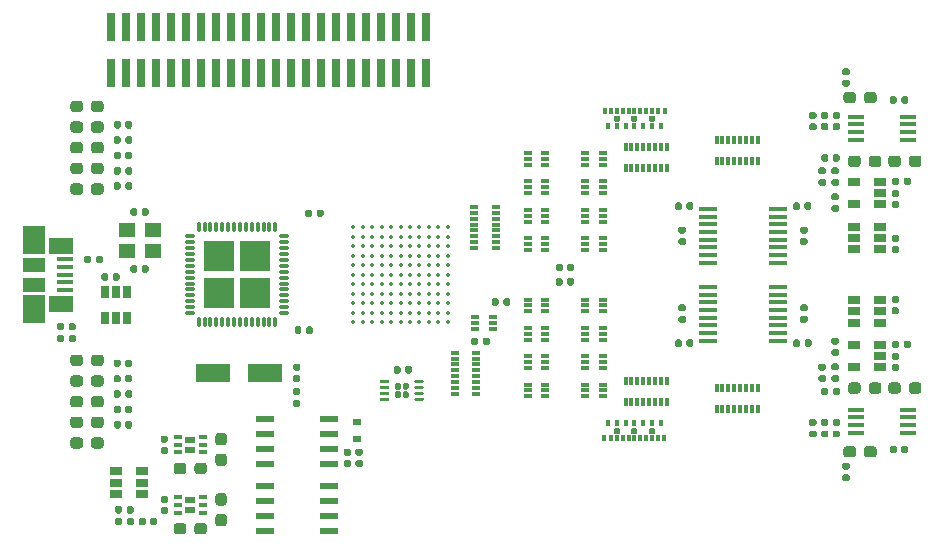
<source format=gtp>
G04 #@! TF.GenerationSoftware,KiCad,Pcbnew,5.1.6*
G04 #@! TF.CreationDate,2020-05-21T11:43:50+02:00*
G04 #@! TF.ProjectId,glasgow,676c6173-676f-4772-9e6b-696361645f70,rev?*
G04 #@! TF.SameCoordinates,Original*
G04 #@! TF.FileFunction,Paste,Top*
G04 #@! TF.FilePolarity,Positive*
%FSLAX46Y46*%
G04 Gerber Fmt 4.6, Leading zero omitted, Abs format (unit mm)*
G04 Created by KiCad (PCBNEW 5.1.6) date 2020-05-21 11:43:50*
%MOMM*%
%LPD*%
G01*
G04 APERTURE LIST*
%ADD10R,3.000000X1.600000*%
%ADD11R,1.060000X0.650000*%
%ADD12R,0.650000X0.350000*%
%ADD13R,0.820000X0.630000*%
%ADD14R,1.400000X1.200000*%
%ADD15R,0.700000X0.350000*%
%ADD16R,0.700000X0.600000*%
%ADD17C,0.100000*%
%ADD18R,0.300000X0.500000*%
%ADD19R,0.450000X0.500000*%
%ADD20C,0.350000*%
%ADD21R,0.800000X0.300000*%
%ADD22R,1.500000X0.450000*%
%ADD23R,0.300000X0.800000*%
%ADD24R,1.450000X0.450000*%
%ADD25R,0.740000X2.400000*%
%ADD26R,2.600000X2.600000*%
%ADD27O,0.280000X1.000000*%
%ADD28O,1.000000X0.280000*%
%ADD29R,0.650000X1.060000*%
%ADD30R,1.550000X0.600000*%
%ADD31R,1.900000X1.175000*%
%ADD32R,1.900000X2.375000*%
%ADD33R,2.100000X1.475000*%
%ADD34R,1.380000X0.450000*%
G04 APERTURE END LIST*
D10*
X67800000Y-103850000D03*
X72200000Y-103850000D03*
D11*
X122100000Y-89550000D03*
X122100000Y-87650000D03*
X124300000Y-87650000D03*
X124300000Y-88600000D03*
X124300000Y-89550000D03*
D12*
X66950000Y-110550000D03*
X66950000Y-109900000D03*
X66950000Y-109250000D03*
X64850000Y-109250000D03*
X64850000Y-109900000D03*
X64850000Y-110550000D03*
D13*
X65900000Y-110300000D03*
X65900000Y-109500000D03*
D12*
X66950000Y-115650000D03*
X66950000Y-115000000D03*
X66950000Y-114350000D03*
X64850000Y-114350000D03*
X64850000Y-115000000D03*
X64850000Y-115650000D03*
D13*
X65900000Y-115400000D03*
X65900000Y-114600000D03*
G36*
G01*
X65550000Y-111662500D02*
X65550000Y-112137500D01*
G75*
G02*
X65312500Y-112375000I-237500J0D01*
G01*
X64737500Y-112375000D01*
G75*
G02*
X64500000Y-112137500I0J237500D01*
G01*
X64500000Y-111662500D01*
G75*
G02*
X64737500Y-111425000I237500J0D01*
G01*
X65312500Y-111425000D01*
G75*
G02*
X65550000Y-111662500I0J-237500D01*
G01*
G37*
G36*
G01*
X67300000Y-111662500D02*
X67300000Y-112137500D01*
G75*
G02*
X67062500Y-112375000I-237500J0D01*
G01*
X66487500Y-112375000D01*
G75*
G02*
X66250000Y-112137500I0J237500D01*
G01*
X66250000Y-111662500D01*
G75*
G02*
X66487500Y-111425000I237500J0D01*
G01*
X67062500Y-111425000D01*
G75*
G02*
X67300000Y-111662500I0J-237500D01*
G01*
G37*
D14*
X60500000Y-91750000D03*
X62700000Y-91750000D03*
X62700000Y-93450000D03*
X60500000Y-93450000D03*
G36*
G01*
X57500000Y-109987500D02*
X57500000Y-109512500D01*
G75*
G02*
X57737500Y-109275000I237500J0D01*
G01*
X58312500Y-109275000D01*
G75*
G02*
X58550000Y-109512500I0J-237500D01*
G01*
X58550000Y-109987500D01*
G75*
G02*
X58312500Y-110225000I-237500J0D01*
G01*
X57737500Y-110225000D01*
G75*
G02*
X57500000Y-109987500I0J237500D01*
G01*
G37*
G36*
G01*
X55750000Y-109987500D02*
X55750000Y-109512500D01*
G75*
G02*
X55987500Y-109275000I237500J0D01*
G01*
X56562500Y-109275000D01*
G75*
G02*
X56800000Y-109512500I0J-237500D01*
G01*
X56800000Y-109987500D01*
G75*
G02*
X56562500Y-110225000I-237500J0D01*
G01*
X55987500Y-110225000D01*
G75*
G02*
X55750000Y-109987500I0J237500D01*
G01*
G37*
G36*
G01*
X57500000Y-108237500D02*
X57500000Y-107762500D01*
G75*
G02*
X57737500Y-107525000I237500J0D01*
G01*
X58312500Y-107525000D01*
G75*
G02*
X58550000Y-107762500I0J-237500D01*
G01*
X58550000Y-108237500D01*
G75*
G02*
X58312500Y-108475000I-237500J0D01*
G01*
X57737500Y-108475000D01*
G75*
G02*
X57500000Y-108237500I0J237500D01*
G01*
G37*
G36*
G01*
X55750000Y-108237500D02*
X55750000Y-107762500D01*
G75*
G02*
X55987500Y-107525000I237500J0D01*
G01*
X56562500Y-107525000D01*
G75*
G02*
X56800000Y-107762500I0J-237500D01*
G01*
X56800000Y-108237500D01*
G75*
G02*
X56562500Y-108475000I-237500J0D01*
G01*
X55987500Y-108475000D01*
G75*
G02*
X55750000Y-108237500I0J237500D01*
G01*
G37*
G36*
G01*
X57500000Y-106487500D02*
X57500000Y-106012500D01*
G75*
G02*
X57737500Y-105775000I237500J0D01*
G01*
X58312500Y-105775000D01*
G75*
G02*
X58550000Y-106012500I0J-237500D01*
G01*
X58550000Y-106487500D01*
G75*
G02*
X58312500Y-106725000I-237500J0D01*
G01*
X57737500Y-106725000D01*
G75*
G02*
X57500000Y-106487500I0J237500D01*
G01*
G37*
G36*
G01*
X55750000Y-106487500D02*
X55750000Y-106012500D01*
G75*
G02*
X55987500Y-105775000I237500J0D01*
G01*
X56562500Y-105775000D01*
G75*
G02*
X56800000Y-106012500I0J-237500D01*
G01*
X56800000Y-106487500D01*
G75*
G02*
X56562500Y-106725000I-237500J0D01*
G01*
X55987500Y-106725000D01*
G75*
G02*
X55750000Y-106487500I0J237500D01*
G01*
G37*
G36*
G01*
X57500000Y-104737500D02*
X57500000Y-104262500D01*
G75*
G02*
X57737500Y-104025000I237500J0D01*
G01*
X58312500Y-104025000D01*
G75*
G02*
X58550000Y-104262500I0J-237500D01*
G01*
X58550000Y-104737500D01*
G75*
G02*
X58312500Y-104975000I-237500J0D01*
G01*
X57737500Y-104975000D01*
G75*
G02*
X57500000Y-104737500I0J237500D01*
G01*
G37*
G36*
G01*
X55750000Y-104737500D02*
X55750000Y-104262500D01*
G75*
G02*
X55987500Y-104025000I237500J0D01*
G01*
X56562500Y-104025000D01*
G75*
G02*
X56800000Y-104262500I0J-237500D01*
G01*
X56800000Y-104737500D01*
G75*
G02*
X56562500Y-104975000I-237500J0D01*
G01*
X55987500Y-104975000D01*
G75*
G02*
X55750000Y-104737500I0J237500D01*
G01*
G37*
G36*
G01*
X57500000Y-102987500D02*
X57500000Y-102512500D01*
G75*
G02*
X57737500Y-102275000I237500J0D01*
G01*
X58312500Y-102275000D01*
G75*
G02*
X58550000Y-102512500I0J-237500D01*
G01*
X58550000Y-102987500D01*
G75*
G02*
X58312500Y-103225000I-237500J0D01*
G01*
X57737500Y-103225000D01*
G75*
G02*
X57500000Y-102987500I0J237500D01*
G01*
G37*
G36*
G01*
X55750000Y-102987500D02*
X55750000Y-102512500D01*
G75*
G02*
X55987500Y-102275000I237500J0D01*
G01*
X56562500Y-102275000D01*
G75*
G02*
X56800000Y-102512500I0J-237500D01*
G01*
X56800000Y-102987500D01*
G75*
G02*
X56562500Y-103225000I-237500J0D01*
G01*
X55987500Y-103225000D01*
G75*
G02*
X55750000Y-102987500I0J237500D01*
G01*
G37*
G36*
G01*
X57500000Y-88487500D02*
X57500000Y-88012500D01*
G75*
G02*
X57737500Y-87775000I237500J0D01*
G01*
X58312500Y-87775000D01*
G75*
G02*
X58550000Y-88012500I0J-237500D01*
G01*
X58550000Y-88487500D01*
G75*
G02*
X58312500Y-88725000I-237500J0D01*
G01*
X57737500Y-88725000D01*
G75*
G02*
X57500000Y-88487500I0J237500D01*
G01*
G37*
G36*
G01*
X55750000Y-88487500D02*
X55750000Y-88012500D01*
G75*
G02*
X55987500Y-87775000I237500J0D01*
G01*
X56562500Y-87775000D01*
G75*
G02*
X56800000Y-88012500I0J-237500D01*
G01*
X56800000Y-88487500D01*
G75*
G02*
X56562500Y-88725000I-237500J0D01*
G01*
X55987500Y-88725000D01*
G75*
G02*
X55750000Y-88487500I0J237500D01*
G01*
G37*
G36*
G01*
X57500000Y-86737500D02*
X57500000Y-86262500D01*
G75*
G02*
X57737500Y-86025000I237500J0D01*
G01*
X58312500Y-86025000D01*
G75*
G02*
X58550000Y-86262500I0J-237500D01*
G01*
X58550000Y-86737500D01*
G75*
G02*
X58312500Y-86975000I-237500J0D01*
G01*
X57737500Y-86975000D01*
G75*
G02*
X57500000Y-86737500I0J237500D01*
G01*
G37*
G36*
G01*
X55750000Y-86737500D02*
X55750000Y-86262500D01*
G75*
G02*
X55987500Y-86025000I237500J0D01*
G01*
X56562500Y-86025000D01*
G75*
G02*
X56800000Y-86262500I0J-237500D01*
G01*
X56800000Y-86737500D01*
G75*
G02*
X56562500Y-86975000I-237500J0D01*
G01*
X55987500Y-86975000D01*
G75*
G02*
X55750000Y-86737500I0J237500D01*
G01*
G37*
G36*
G01*
X57500000Y-84987500D02*
X57500000Y-84512500D01*
G75*
G02*
X57737500Y-84275000I237500J0D01*
G01*
X58312500Y-84275000D01*
G75*
G02*
X58550000Y-84512500I0J-237500D01*
G01*
X58550000Y-84987500D01*
G75*
G02*
X58312500Y-85225000I-237500J0D01*
G01*
X57737500Y-85225000D01*
G75*
G02*
X57500000Y-84987500I0J237500D01*
G01*
G37*
G36*
G01*
X55750000Y-84987500D02*
X55750000Y-84512500D01*
G75*
G02*
X55987500Y-84275000I237500J0D01*
G01*
X56562500Y-84275000D01*
G75*
G02*
X56800000Y-84512500I0J-237500D01*
G01*
X56800000Y-84987500D01*
G75*
G02*
X56562500Y-85225000I-237500J0D01*
G01*
X55987500Y-85225000D01*
G75*
G02*
X55750000Y-84987500I0J237500D01*
G01*
G37*
G36*
G01*
X57500000Y-83237500D02*
X57500000Y-82762500D01*
G75*
G02*
X57737500Y-82525000I237500J0D01*
G01*
X58312500Y-82525000D01*
G75*
G02*
X58550000Y-82762500I0J-237500D01*
G01*
X58550000Y-83237500D01*
G75*
G02*
X58312500Y-83475000I-237500J0D01*
G01*
X57737500Y-83475000D01*
G75*
G02*
X57500000Y-83237500I0J237500D01*
G01*
G37*
G36*
G01*
X55750000Y-83237500D02*
X55750000Y-82762500D01*
G75*
G02*
X55987500Y-82525000I237500J0D01*
G01*
X56562500Y-82525000D01*
G75*
G02*
X56800000Y-82762500I0J-237500D01*
G01*
X56800000Y-83237500D01*
G75*
G02*
X56562500Y-83475000I-237500J0D01*
G01*
X55987500Y-83475000D01*
G75*
G02*
X55750000Y-83237500I0J237500D01*
G01*
G37*
G36*
G01*
X57500000Y-81487500D02*
X57500000Y-81012500D01*
G75*
G02*
X57737500Y-80775000I237500J0D01*
G01*
X58312500Y-80775000D01*
G75*
G02*
X58550000Y-81012500I0J-237500D01*
G01*
X58550000Y-81487500D01*
G75*
G02*
X58312500Y-81725000I-237500J0D01*
G01*
X57737500Y-81725000D01*
G75*
G02*
X57500000Y-81487500I0J237500D01*
G01*
G37*
G36*
G01*
X55750000Y-81487500D02*
X55750000Y-81012500D01*
G75*
G02*
X55987500Y-80775000I237500J0D01*
G01*
X56562500Y-80775000D01*
G75*
G02*
X56800000Y-81012500I0J-237500D01*
G01*
X56800000Y-81487500D01*
G75*
G02*
X56562500Y-81725000I-237500J0D01*
G01*
X55987500Y-81725000D01*
G75*
G02*
X55750000Y-81487500I0J237500D01*
G01*
G37*
G36*
G01*
X121227500Y-78990000D02*
X121572500Y-78990000D01*
G75*
G02*
X121720000Y-79137500I0J-147500D01*
G01*
X121720000Y-79432500D01*
G75*
G02*
X121572500Y-79580000I-147500J0D01*
G01*
X121227500Y-79580000D01*
G75*
G02*
X121080000Y-79432500I0J147500D01*
G01*
X121080000Y-79137500D01*
G75*
G02*
X121227500Y-78990000I147500J0D01*
G01*
G37*
G36*
G01*
X121227500Y-78020000D02*
X121572500Y-78020000D01*
G75*
G02*
X121720000Y-78167500I0J-147500D01*
G01*
X121720000Y-78462500D01*
G75*
G02*
X121572500Y-78610000I-147500J0D01*
G01*
X121227500Y-78610000D01*
G75*
G02*
X121080000Y-78462500I0J147500D01*
G01*
X121080000Y-78167500D01*
G75*
G02*
X121227500Y-78020000I147500J0D01*
G01*
G37*
G36*
G01*
X121572500Y-112010000D02*
X121227500Y-112010000D01*
G75*
G02*
X121080000Y-111862500I0J147500D01*
G01*
X121080000Y-111567500D01*
G75*
G02*
X121227500Y-111420000I147500J0D01*
G01*
X121572500Y-111420000D01*
G75*
G02*
X121720000Y-111567500I0J-147500D01*
G01*
X121720000Y-111862500D01*
G75*
G02*
X121572500Y-112010000I-147500J0D01*
G01*
G37*
G36*
G01*
X121572500Y-112980000D02*
X121227500Y-112980000D01*
G75*
G02*
X121080000Y-112832500I0J147500D01*
G01*
X121080000Y-112537500D01*
G75*
G02*
X121227500Y-112390000I147500J0D01*
G01*
X121572500Y-112390000D01*
G75*
G02*
X121720000Y-112537500I0J-147500D01*
G01*
X121720000Y-112832500D01*
G75*
G02*
X121572500Y-112980000I-147500J0D01*
G01*
G37*
G36*
G01*
X122250000Y-80262500D02*
X122250000Y-80737500D01*
G75*
G02*
X122012500Y-80975000I-237500J0D01*
G01*
X121437500Y-80975000D01*
G75*
G02*
X121200000Y-80737500I0J237500D01*
G01*
X121200000Y-80262500D01*
G75*
G02*
X121437500Y-80025000I237500J0D01*
G01*
X122012500Y-80025000D01*
G75*
G02*
X122250000Y-80262500I0J-237500D01*
G01*
G37*
G36*
G01*
X124000000Y-80262500D02*
X124000000Y-80737500D01*
G75*
G02*
X123762500Y-80975000I-237500J0D01*
G01*
X123187500Y-80975000D01*
G75*
G02*
X122950000Y-80737500I0J237500D01*
G01*
X122950000Y-80262500D01*
G75*
G02*
X123187500Y-80025000I237500J0D01*
G01*
X123762500Y-80025000D01*
G75*
G02*
X124000000Y-80262500I0J-237500D01*
G01*
G37*
G36*
G01*
X122250000Y-110262500D02*
X122250000Y-110737500D01*
G75*
G02*
X122012500Y-110975000I-237500J0D01*
G01*
X121437500Y-110975000D01*
G75*
G02*
X121200000Y-110737500I0J237500D01*
G01*
X121200000Y-110262500D01*
G75*
G02*
X121437500Y-110025000I237500J0D01*
G01*
X122012500Y-110025000D01*
G75*
G02*
X122250000Y-110262500I0J-237500D01*
G01*
G37*
G36*
G01*
X124000000Y-110262500D02*
X124000000Y-110737500D01*
G75*
G02*
X123762500Y-110975000I-237500J0D01*
G01*
X123187500Y-110975000D01*
G75*
G02*
X122950000Y-110737500I0J237500D01*
G01*
X122950000Y-110262500D01*
G75*
G02*
X123187500Y-110025000I237500J0D01*
G01*
X123762500Y-110025000D01*
G75*
G02*
X124000000Y-110262500I0J-237500D01*
G01*
G37*
D15*
X91500000Y-99600000D03*
X91500000Y-100100000D03*
X90000000Y-99600000D03*
X91500000Y-99100000D03*
X90000000Y-100100000D03*
X90000000Y-99100000D03*
G36*
G01*
X90260000Y-100977500D02*
X90260000Y-101322500D01*
G75*
G02*
X90112500Y-101470000I-147500J0D01*
G01*
X89817500Y-101470000D01*
G75*
G02*
X89670000Y-101322500I0J147500D01*
G01*
X89670000Y-100977500D01*
G75*
G02*
X89817500Y-100830000I147500J0D01*
G01*
X90112500Y-100830000D01*
G75*
G02*
X90260000Y-100977500I0J-147500D01*
G01*
G37*
G36*
G01*
X91230000Y-100977500D02*
X91230000Y-101322500D01*
G75*
G02*
X91082500Y-101470000I-147500J0D01*
G01*
X90787500Y-101470000D01*
G75*
G02*
X90640000Y-101322500I0J147500D01*
G01*
X90640000Y-100977500D01*
G75*
G02*
X90787500Y-100830000I147500J0D01*
G01*
X91082500Y-100830000D01*
G75*
G02*
X91230000Y-100977500I0J-147500D01*
G01*
G37*
G36*
G01*
X79372500Y-110810000D02*
X79027500Y-110810000D01*
G75*
G02*
X78880000Y-110662500I0J147500D01*
G01*
X78880000Y-110367500D01*
G75*
G02*
X79027500Y-110220000I147500J0D01*
G01*
X79372500Y-110220000D01*
G75*
G02*
X79520000Y-110367500I0J-147500D01*
G01*
X79520000Y-110662500D01*
G75*
G02*
X79372500Y-110810000I-147500J0D01*
G01*
G37*
G36*
G01*
X79372500Y-111780000D02*
X79027500Y-111780000D01*
G75*
G02*
X78880000Y-111632500I0J147500D01*
G01*
X78880000Y-111337500D01*
G75*
G02*
X79027500Y-111190000I147500J0D01*
G01*
X79372500Y-111190000D01*
G75*
G02*
X79520000Y-111337500I0J-147500D01*
G01*
X79520000Y-111632500D01*
G75*
G02*
X79372500Y-111780000I-147500J0D01*
G01*
G37*
D16*
X80000000Y-109400000D03*
X80000000Y-108000000D03*
D17*
G36*
X101750000Y-82400000D02*
G01*
X101750000Y-82050000D01*
X102250000Y-82050000D01*
X102250000Y-82400000D01*
X102100000Y-82550000D01*
X101900000Y-82550000D01*
X101750000Y-82400000D01*
G37*
G36*
X103250000Y-82400000D02*
G01*
X103250000Y-82050000D01*
X103750000Y-82050000D01*
X103750000Y-82400000D01*
X103600000Y-82550000D01*
X103400000Y-82550000D01*
X103250000Y-82400000D01*
G37*
D18*
X101000000Y-81650000D03*
X101500000Y-81650000D03*
X102000000Y-81650000D03*
X102500000Y-81650000D03*
X103000000Y-81650000D03*
D19*
X106075000Y-81650000D03*
D18*
X105500000Y-81650000D03*
X104500000Y-81650000D03*
X104000000Y-81650000D03*
X105000000Y-81650000D03*
X105750000Y-82950000D03*
X105000000Y-82950000D03*
X104250000Y-82950000D03*
X101250000Y-82950000D03*
X102000000Y-82950000D03*
X102750000Y-82950000D03*
X103500000Y-81650000D03*
X103500000Y-82950000D03*
D17*
G36*
X104750000Y-82400000D02*
G01*
X104750000Y-82050000D01*
X105250000Y-82050000D01*
X105250000Y-82400000D01*
X105100000Y-82550000D01*
X104900000Y-82550000D01*
X104750000Y-82400000D01*
G37*
G36*
X105250000Y-108600000D02*
G01*
X105250000Y-108950000D01*
X104750000Y-108950000D01*
X104750000Y-108600000D01*
X104900000Y-108450000D01*
X105100000Y-108450000D01*
X105250000Y-108600000D01*
G37*
G36*
X103750000Y-108600000D02*
G01*
X103750000Y-108950000D01*
X103250000Y-108950000D01*
X103250000Y-108600000D01*
X103400000Y-108450000D01*
X103600000Y-108450000D01*
X103750000Y-108600000D01*
G37*
D18*
X106000000Y-109350000D03*
X105500000Y-109350000D03*
X105000000Y-109350000D03*
X104500000Y-109350000D03*
X104000000Y-109350000D03*
D19*
X100925000Y-109350000D03*
D18*
X101500000Y-109350000D03*
X102500000Y-109350000D03*
X103000000Y-109350000D03*
X102000000Y-109350000D03*
X101250000Y-108050000D03*
X102000000Y-108050000D03*
X102750000Y-108050000D03*
X105750000Y-108050000D03*
X105000000Y-108050000D03*
X104250000Y-108050000D03*
X103500000Y-109350000D03*
X103500000Y-108050000D03*
D17*
G36*
X102250000Y-108600000D02*
G01*
X102250000Y-108950000D01*
X101750000Y-108950000D01*
X101750000Y-108600000D01*
X101900000Y-108450000D01*
X102100000Y-108450000D01*
X102250000Y-108600000D01*
G37*
G36*
G01*
X80027500Y-111190000D02*
X80372500Y-111190000D01*
G75*
G02*
X80520000Y-111337500I0J-147500D01*
G01*
X80520000Y-111632500D01*
G75*
G02*
X80372500Y-111780000I-147500J0D01*
G01*
X80027500Y-111780000D01*
G75*
G02*
X79880000Y-111632500I0J147500D01*
G01*
X79880000Y-111337500D01*
G75*
G02*
X80027500Y-111190000I147500J0D01*
G01*
G37*
G36*
G01*
X80027500Y-110220000D02*
X80372500Y-110220000D01*
G75*
G02*
X80520000Y-110367500I0J-147500D01*
G01*
X80520000Y-110662500D01*
G75*
G02*
X80372500Y-110810000I-147500J0D01*
G01*
X80027500Y-110810000D01*
G75*
G02*
X79880000Y-110662500I0J147500D01*
G01*
X79880000Y-110367500D01*
G75*
G02*
X80027500Y-110220000I147500J0D01*
G01*
G37*
G36*
G01*
X97425000Y-94727500D02*
X97425000Y-95072500D01*
G75*
G02*
X97277500Y-95220000I-147500J0D01*
G01*
X96982500Y-95220000D01*
G75*
G02*
X96835000Y-95072500I0J147500D01*
G01*
X96835000Y-94727500D01*
G75*
G02*
X96982500Y-94580000I147500J0D01*
G01*
X97277500Y-94580000D01*
G75*
G02*
X97425000Y-94727500I0J-147500D01*
G01*
G37*
G36*
G01*
X98395000Y-94727500D02*
X98395000Y-95072500D01*
G75*
G02*
X98247500Y-95220000I-147500J0D01*
G01*
X97952500Y-95220000D01*
G75*
G02*
X97805000Y-95072500I0J147500D01*
G01*
X97805000Y-94727500D01*
G75*
G02*
X97952500Y-94580000I147500J0D01*
G01*
X98247500Y-94580000D01*
G75*
G02*
X98395000Y-94727500I0J-147500D01*
G01*
G37*
G36*
G01*
X97425000Y-95927500D02*
X97425000Y-96272500D01*
G75*
G02*
X97277500Y-96420000I-147500J0D01*
G01*
X96982500Y-96420000D01*
G75*
G02*
X96835000Y-96272500I0J147500D01*
G01*
X96835000Y-95927500D01*
G75*
G02*
X96982500Y-95780000I147500J0D01*
G01*
X97277500Y-95780000D01*
G75*
G02*
X97425000Y-95927500I0J-147500D01*
G01*
G37*
G36*
G01*
X98395000Y-95927500D02*
X98395000Y-96272500D01*
G75*
G02*
X98247500Y-96420000I-147500J0D01*
G01*
X97952500Y-96420000D01*
G75*
G02*
X97805000Y-96272500I0J147500D01*
G01*
X97805000Y-95927500D01*
G75*
G02*
X97952500Y-95780000I147500J0D01*
G01*
X98247500Y-95780000D01*
G75*
G02*
X98395000Y-95927500I0J-147500D01*
G01*
G37*
D20*
X79700000Y-99500000D03*
X80500000Y-99500000D03*
X81300000Y-99500000D03*
X82100000Y-99500000D03*
X82900000Y-99500000D03*
X83700000Y-99500000D03*
X84500000Y-99500000D03*
X85300000Y-99500000D03*
X86100000Y-99500000D03*
X86900000Y-99500000D03*
X87700000Y-99500000D03*
X79700000Y-98700000D03*
X80500000Y-98700000D03*
X81300000Y-98700000D03*
X82100000Y-98700000D03*
X82900000Y-98700000D03*
X83700000Y-98700000D03*
X84500000Y-98700000D03*
X85300000Y-98700000D03*
X86100000Y-98700000D03*
X86900000Y-98700000D03*
X87700000Y-98700000D03*
X79700000Y-97900000D03*
X80500000Y-97900000D03*
X81300000Y-97900000D03*
X82100000Y-97900000D03*
X82900000Y-97900000D03*
X83700000Y-97900000D03*
X84500000Y-97900000D03*
X85300000Y-97900000D03*
X86100000Y-97900000D03*
X86900000Y-97900000D03*
X87700000Y-97900000D03*
X79700000Y-97100000D03*
X80500000Y-97100000D03*
X81300000Y-97100000D03*
X82100000Y-97100000D03*
X82900000Y-97100000D03*
X83700000Y-97100000D03*
X84500000Y-97100000D03*
X85300000Y-97100000D03*
X86100000Y-97100000D03*
X86900000Y-97100000D03*
X87700000Y-97100000D03*
X79700000Y-96300000D03*
X80500000Y-96300000D03*
X81300000Y-96300000D03*
X82100000Y-96300000D03*
X82900000Y-96300000D03*
X83700000Y-96300000D03*
X84500000Y-96300000D03*
X85300000Y-96300000D03*
X86100000Y-96300000D03*
X86900000Y-96300000D03*
X87700000Y-96300000D03*
X79700000Y-95500000D03*
X80500000Y-95500000D03*
X81300000Y-95500000D03*
X82100000Y-95500000D03*
X82900000Y-95500000D03*
X83700000Y-95500000D03*
X84500000Y-95500000D03*
X85300000Y-95500000D03*
X86100000Y-95500000D03*
X86900000Y-95500000D03*
X87700000Y-95500000D03*
X79700000Y-94700000D03*
X80500000Y-94700000D03*
X81300000Y-94700000D03*
X82100000Y-94700000D03*
X82900000Y-94700000D03*
X83700000Y-94700000D03*
X84500000Y-94700000D03*
X85300000Y-94700000D03*
X86100000Y-94700000D03*
X86900000Y-94700000D03*
X87700000Y-94700000D03*
X79700000Y-93900000D03*
X80500000Y-93900000D03*
X81300000Y-93900000D03*
X82100000Y-93900000D03*
X82900000Y-93900000D03*
X83700000Y-93900000D03*
X84500000Y-93900000D03*
X85300000Y-93900000D03*
X86100000Y-93900000D03*
X86900000Y-93900000D03*
X87700000Y-93900000D03*
X79700000Y-93100000D03*
X80500000Y-93100000D03*
X81300000Y-93100000D03*
X82100000Y-93100000D03*
X82900000Y-93100000D03*
X83700000Y-93100000D03*
X84500000Y-93100000D03*
X85300000Y-93100000D03*
X86100000Y-93100000D03*
X86900000Y-93100000D03*
X87700000Y-93100000D03*
X79700000Y-92300000D03*
X80500000Y-92300000D03*
X81300000Y-92300000D03*
X82100000Y-92300000D03*
X82900000Y-92300000D03*
X83700000Y-92300000D03*
X84500000Y-92300000D03*
X85300000Y-92300000D03*
X86100000Y-92300000D03*
X86900000Y-92300000D03*
X87700000Y-92300000D03*
X79700000Y-91500000D03*
X80500000Y-91500000D03*
X81300000Y-91500000D03*
X82100000Y-91500000D03*
X82900000Y-91500000D03*
X83700000Y-91500000D03*
X84500000Y-91500000D03*
X85300000Y-91500000D03*
X86100000Y-91500000D03*
X86900000Y-91500000D03*
X87700000Y-91500000D03*
G36*
G01*
X117905000Y-101472500D02*
X117905000Y-101127500D01*
G75*
G02*
X118052500Y-100980000I147500J0D01*
G01*
X118347500Y-100980000D01*
G75*
G02*
X118495000Y-101127500I0J-147500D01*
G01*
X118495000Y-101472500D01*
G75*
G02*
X118347500Y-101620000I-147500J0D01*
G01*
X118052500Y-101620000D01*
G75*
G02*
X117905000Y-101472500I0J147500D01*
G01*
G37*
G36*
G01*
X116935000Y-101472500D02*
X116935000Y-101127500D01*
G75*
G02*
X117082500Y-100980000I147500J0D01*
G01*
X117377500Y-100980000D01*
G75*
G02*
X117525000Y-101127500I0J-147500D01*
G01*
X117525000Y-101472500D01*
G75*
G02*
X117377500Y-101620000I-147500J0D01*
G01*
X117082500Y-101620000D01*
G75*
G02*
X116935000Y-101472500I0J147500D01*
G01*
G37*
D11*
X122100000Y-92400000D03*
X122100000Y-93350000D03*
X122100000Y-91450000D03*
X124300000Y-91450000D03*
X124300000Y-92400000D03*
X124300000Y-93350000D03*
G36*
G01*
X107377500Y-98990000D02*
X107722500Y-98990000D01*
G75*
G02*
X107870000Y-99137500I0J-147500D01*
G01*
X107870000Y-99432500D01*
G75*
G02*
X107722500Y-99580000I-147500J0D01*
G01*
X107377500Y-99580000D01*
G75*
G02*
X107230000Y-99432500I0J147500D01*
G01*
X107230000Y-99137500D01*
G75*
G02*
X107377500Y-98990000I147500J0D01*
G01*
G37*
G36*
G01*
X107377500Y-98020000D02*
X107722500Y-98020000D01*
G75*
G02*
X107870000Y-98167500I0J-147500D01*
G01*
X107870000Y-98462500D01*
G75*
G02*
X107722500Y-98610000I-147500J0D01*
G01*
X107377500Y-98610000D01*
G75*
G02*
X107230000Y-98462500I0J147500D01*
G01*
X107230000Y-98167500D01*
G75*
G02*
X107377500Y-98020000I147500J0D01*
G01*
G37*
G36*
G01*
X118022500Y-92010000D02*
X117677500Y-92010000D01*
G75*
G02*
X117530000Y-91862500I0J147500D01*
G01*
X117530000Y-91567500D01*
G75*
G02*
X117677500Y-91420000I147500J0D01*
G01*
X118022500Y-91420000D01*
G75*
G02*
X118170000Y-91567500I0J-147500D01*
G01*
X118170000Y-91862500D01*
G75*
G02*
X118022500Y-92010000I-147500J0D01*
G01*
G37*
G36*
G01*
X118022500Y-92980000D02*
X117677500Y-92980000D01*
G75*
G02*
X117530000Y-92832500I0J147500D01*
G01*
X117530000Y-92537500D01*
G75*
G02*
X117677500Y-92390000I147500J0D01*
G01*
X118022500Y-92390000D01*
G75*
G02*
X118170000Y-92537500I0J-147500D01*
G01*
X118170000Y-92832500D01*
G75*
G02*
X118022500Y-92980000I-147500J0D01*
G01*
G37*
G36*
G01*
X57890000Y-94372500D02*
X57890000Y-94027500D01*
G75*
G02*
X58037500Y-93880000I147500J0D01*
G01*
X58332500Y-93880000D01*
G75*
G02*
X58480000Y-94027500I0J-147500D01*
G01*
X58480000Y-94372500D01*
G75*
G02*
X58332500Y-94520000I-147500J0D01*
G01*
X58037500Y-94520000D01*
G75*
G02*
X57890000Y-94372500I0J147500D01*
G01*
G37*
G36*
G01*
X56920000Y-94372500D02*
X56920000Y-94027500D01*
G75*
G02*
X57067500Y-93880000I147500J0D01*
G01*
X57362500Y-93880000D01*
G75*
G02*
X57510000Y-94027500I0J-147500D01*
G01*
X57510000Y-94372500D01*
G75*
G02*
X57362500Y-94520000I-147500J0D01*
G01*
X57067500Y-94520000D01*
G75*
G02*
X56920000Y-94372500I0J147500D01*
G01*
G37*
D21*
X91750000Y-92750000D03*
X91750000Y-91750000D03*
X91750000Y-92250000D03*
X91750000Y-91250000D03*
X91750000Y-90750000D03*
X91750000Y-90250000D03*
X89950000Y-92750000D03*
X89950000Y-92250000D03*
X89950000Y-91750000D03*
X89950000Y-91250000D03*
X89950000Y-90750000D03*
X89950000Y-90250000D03*
X91750000Y-93250000D03*
X89950000Y-93250000D03*
X91750000Y-89750000D03*
X89950000Y-89750000D03*
G36*
G01*
X83710000Y-103377500D02*
X83710000Y-103722500D01*
G75*
G02*
X83562500Y-103870000I-147500J0D01*
G01*
X83267500Y-103870000D01*
G75*
G02*
X83120000Y-103722500I0J147500D01*
G01*
X83120000Y-103377500D01*
G75*
G02*
X83267500Y-103230000I147500J0D01*
G01*
X83562500Y-103230000D01*
G75*
G02*
X83710000Y-103377500I0J-147500D01*
G01*
G37*
G36*
G01*
X84680000Y-103377500D02*
X84680000Y-103722500D01*
G75*
G02*
X84532500Y-103870000I-147500J0D01*
G01*
X84237500Y-103870000D01*
G75*
G02*
X84090000Y-103722500I0J147500D01*
G01*
X84090000Y-103377500D01*
G75*
G02*
X84237500Y-103230000I147500J0D01*
G01*
X84532500Y-103230000D01*
G75*
G02*
X84680000Y-103377500I0J-147500D01*
G01*
G37*
G36*
G01*
X84875000Y-104612500D02*
X84875000Y-104487500D01*
G75*
G02*
X84937500Y-104425000I62500J0D01*
G01*
X85587500Y-104425000D01*
G75*
G02*
X85650000Y-104487500I0J-62500D01*
G01*
X85650000Y-104612500D01*
G75*
G02*
X85587500Y-104675000I-62500J0D01*
G01*
X84937500Y-104675000D01*
G75*
G02*
X84875000Y-104612500I0J62500D01*
G01*
G37*
G36*
G01*
X84875000Y-105112500D02*
X84875000Y-104987500D01*
G75*
G02*
X84937500Y-104925000I62500J0D01*
G01*
X85587500Y-104925000D01*
G75*
G02*
X85650000Y-104987500I0J-62500D01*
G01*
X85650000Y-105112500D01*
G75*
G02*
X85587500Y-105175000I-62500J0D01*
G01*
X84937500Y-105175000D01*
G75*
G02*
X84875000Y-105112500I0J62500D01*
G01*
G37*
G36*
G01*
X84875000Y-105612500D02*
X84875000Y-105487500D01*
G75*
G02*
X84937500Y-105425000I62500J0D01*
G01*
X85587500Y-105425000D01*
G75*
G02*
X85650000Y-105487500I0J-62500D01*
G01*
X85650000Y-105612500D01*
G75*
G02*
X85587500Y-105675000I-62500J0D01*
G01*
X84937500Y-105675000D01*
G75*
G02*
X84875000Y-105612500I0J62500D01*
G01*
G37*
G36*
G01*
X84875000Y-106112500D02*
X84875000Y-105987500D01*
G75*
G02*
X84937500Y-105925000I62500J0D01*
G01*
X85587500Y-105925000D01*
G75*
G02*
X85650000Y-105987500I0J-62500D01*
G01*
X85650000Y-106112500D01*
G75*
G02*
X85587500Y-106175000I-62500J0D01*
G01*
X84937500Y-106175000D01*
G75*
G02*
X84875000Y-106112500I0J62500D01*
G01*
G37*
G36*
G01*
X81950000Y-106112500D02*
X81950000Y-105987500D01*
G75*
G02*
X82012500Y-105925000I62500J0D01*
G01*
X82662500Y-105925000D01*
G75*
G02*
X82725000Y-105987500I0J-62500D01*
G01*
X82725000Y-106112500D01*
G75*
G02*
X82662500Y-106175000I-62500J0D01*
G01*
X82012500Y-106175000D01*
G75*
G02*
X81950000Y-106112500I0J62500D01*
G01*
G37*
G36*
G01*
X81950000Y-105612500D02*
X81950000Y-105487500D01*
G75*
G02*
X82012500Y-105425000I62500J0D01*
G01*
X82662500Y-105425000D01*
G75*
G02*
X82725000Y-105487500I0J-62500D01*
G01*
X82725000Y-105612500D01*
G75*
G02*
X82662500Y-105675000I-62500J0D01*
G01*
X82012500Y-105675000D01*
G75*
G02*
X81950000Y-105612500I0J62500D01*
G01*
G37*
G36*
G01*
X81950000Y-105112500D02*
X81950000Y-104987500D01*
G75*
G02*
X82012500Y-104925000I62500J0D01*
G01*
X82662500Y-104925000D01*
G75*
G02*
X82725000Y-104987500I0J-62500D01*
G01*
X82725000Y-105112500D01*
G75*
G02*
X82662500Y-105175000I-62500J0D01*
G01*
X82012500Y-105175000D01*
G75*
G02*
X81950000Y-105112500I0J62500D01*
G01*
G37*
G36*
G01*
X81950000Y-104612500D02*
X81950000Y-104487500D01*
G75*
G02*
X82012500Y-104425000I62500J0D01*
G01*
X82662500Y-104425000D01*
G75*
G02*
X82725000Y-104487500I0J-62500D01*
G01*
X82725000Y-104612500D01*
G75*
G02*
X82662500Y-104675000I-62500J0D01*
G01*
X82012500Y-104675000D01*
G75*
G02*
X81950000Y-104612500I0J62500D01*
G01*
G37*
G36*
G01*
X83865000Y-105800000D02*
X83865000Y-105500000D01*
G75*
G02*
X83995000Y-105370000I130000J0D01*
G01*
X84255000Y-105370000D01*
G75*
G02*
X84385000Y-105500000I0J-130000D01*
G01*
X84385000Y-105800000D01*
G75*
G02*
X84255000Y-105930000I-130000J0D01*
G01*
X83995000Y-105930000D01*
G75*
G02*
X83865000Y-105800000I0J130000D01*
G01*
G37*
G36*
G01*
X83865000Y-105100000D02*
X83865000Y-104800000D01*
G75*
G02*
X83995000Y-104670000I130000J0D01*
G01*
X84255000Y-104670000D01*
G75*
G02*
X84385000Y-104800000I0J-130000D01*
G01*
X84385000Y-105100000D01*
G75*
G02*
X84255000Y-105230000I-130000J0D01*
G01*
X83995000Y-105230000D01*
G75*
G02*
X83865000Y-105100000I0J130000D01*
G01*
G37*
G36*
G01*
X83215000Y-105800000D02*
X83215000Y-105500000D01*
G75*
G02*
X83345000Y-105370000I130000J0D01*
G01*
X83605000Y-105370000D01*
G75*
G02*
X83735000Y-105500000I0J-130000D01*
G01*
X83735000Y-105800000D01*
G75*
G02*
X83605000Y-105930000I-130000J0D01*
G01*
X83345000Y-105930000D01*
G75*
G02*
X83215000Y-105800000I0J130000D01*
G01*
G37*
G36*
G01*
X83215000Y-105100000D02*
X83215000Y-104800000D01*
G75*
G02*
X83345000Y-104670000I130000J0D01*
G01*
X83605000Y-104670000D01*
G75*
G02*
X83735000Y-104800000I0J-130000D01*
G01*
X83735000Y-105100000D01*
G75*
G02*
X83605000Y-105230000I-130000J0D01*
G01*
X83345000Y-105230000D01*
G75*
G02*
X83215000Y-105100000I0J130000D01*
G01*
G37*
D22*
X115650000Y-89925000D03*
X115650000Y-90575000D03*
X115650000Y-91225000D03*
X115650000Y-91875000D03*
X115650000Y-92525000D03*
X115650000Y-93175000D03*
X115650000Y-93825000D03*
X115650000Y-94475000D03*
X109750000Y-94475000D03*
X109750000Y-93825000D03*
X109750000Y-93175000D03*
X109750000Y-92525000D03*
X109750000Y-91875000D03*
X109750000Y-91225000D03*
X109750000Y-90575000D03*
X109750000Y-89925000D03*
X109750000Y-101075000D03*
X109750000Y-100425000D03*
X109750000Y-99775000D03*
X109750000Y-99125000D03*
X109750000Y-98475000D03*
X109750000Y-97825000D03*
X109750000Y-97175000D03*
X109750000Y-96525000D03*
X115650000Y-96525000D03*
X115650000Y-97175000D03*
X115650000Y-97825000D03*
X115650000Y-98475000D03*
X115650000Y-99125000D03*
X115650000Y-99775000D03*
X115650000Y-100425000D03*
X115650000Y-101075000D03*
G36*
G01*
X125772500Y-88910000D02*
X125427500Y-88910000D01*
G75*
G02*
X125280000Y-88762500I0J147500D01*
G01*
X125280000Y-88467500D01*
G75*
G02*
X125427500Y-88320000I147500J0D01*
G01*
X125772500Y-88320000D01*
G75*
G02*
X125920000Y-88467500I0J-147500D01*
G01*
X125920000Y-88762500D01*
G75*
G02*
X125772500Y-88910000I-147500J0D01*
G01*
G37*
G36*
G01*
X125772500Y-89880000D02*
X125427500Y-89880000D01*
G75*
G02*
X125280000Y-89732500I0J147500D01*
G01*
X125280000Y-89437500D01*
G75*
G02*
X125427500Y-89290000I147500J0D01*
G01*
X125772500Y-89290000D01*
G75*
G02*
X125920000Y-89437500I0J-147500D01*
G01*
X125920000Y-89732500D01*
G75*
G02*
X125772500Y-89880000I-147500J0D01*
G01*
G37*
G36*
G01*
X119772500Y-82310000D02*
X119427500Y-82310000D01*
G75*
G02*
X119280000Y-82162500I0J147500D01*
G01*
X119280000Y-81867500D01*
G75*
G02*
X119427500Y-81720000I147500J0D01*
G01*
X119772500Y-81720000D01*
G75*
G02*
X119920000Y-81867500I0J-147500D01*
G01*
X119920000Y-82162500D01*
G75*
G02*
X119772500Y-82310000I-147500J0D01*
G01*
G37*
G36*
G01*
X119772500Y-83280000D02*
X119427500Y-83280000D01*
G75*
G02*
X119280000Y-83132500I0J147500D01*
G01*
X119280000Y-82837500D01*
G75*
G02*
X119427500Y-82690000I147500J0D01*
G01*
X119772500Y-82690000D01*
G75*
G02*
X119920000Y-82837500I0J-147500D01*
G01*
X119920000Y-83132500D01*
G75*
G02*
X119772500Y-83280000I-147500J0D01*
G01*
G37*
G36*
G01*
X118427500Y-82690000D02*
X118772500Y-82690000D01*
G75*
G02*
X118920000Y-82837500I0J-147500D01*
G01*
X118920000Y-83132500D01*
G75*
G02*
X118772500Y-83280000I-147500J0D01*
G01*
X118427500Y-83280000D01*
G75*
G02*
X118280000Y-83132500I0J147500D01*
G01*
X118280000Y-82837500D01*
G75*
G02*
X118427500Y-82690000I147500J0D01*
G01*
G37*
G36*
G01*
X118427500Y-81720000D02*
X118772500Y-81720000D01*
G75*
G02*
X118920000Y-81867500I0J-147500D01*
G01*
X118920000Y-82162500D01*
G75*
G02*
X118772500Y-82310000I-147500J0D01*
G01*
X118427500Y-82310000D01*
G75*
G02*
X118280000Y-82162500I0J147500D01*
G01*
X118280000Y-81867500D01*
G75*
G02*
X118427500Y-81720000I147500J0D01*
G01*
G37*
G36*
G01*
X120427500Y-82690000D02*
X120772500Y-82690000D01*
G75*
G02*
X120920000Y-82837500I0J-147500D01*
G01*
X120920000Y-83132500D01*
G75*
G02*
X120772500Y-83280000I-147500J0D01*
G01*
X120427500Y-83280000D01*
G75*
G02*
X120280000Y-83132500I0J147500D01*
G01*
X120280000Y-82837500D01*
G75*
G02*
X120427500Y-82690000I147500J0D01*
G01*
G37*
G36*
G01*
X120427500Y-81720000D02*
X120772500Y-81720000D01*
G75*
G02*
X120920000Y-81867500I0J-147500D01*
G01*
X120920000Y-82162500D01*
G75*
G02*
X120772500Y-82310000I-147500J0D01*
G01*
X120427500Y-82310000D01*
G75*
G02*
X120280000Y-82162500I0J147500D01*
G01*
X120280000Y-81867500D01*
G75*
G02*
X120427500Y-81720000I147500J0D01*
G01*
G37*
G36*
G01*
X125710000Y-80527500D02*
X125710000Y-80872500D01*
G75*
G02*
X125562500Y-81020000I-147500J0D01*
G01*
X125267500Y-81020000D01*
G75*
G02*
X125120000Y-80872500I0J147500D01*
G01*
X125120000Y-80527500D01*
G75*
G02*
X125267500Y-80380000I147500J0D01*
G01*
X125562500Y-80380000D01*
G75*
G02*
X125710000Y-80527500I0J-147500D01*
G01*
G37*
G36*
G01*
X126680000Y-80527500D02*
X126680000Y-80872500D01*
G75*
G02*
X126532500Y-81020000I-147500J0D01*
G01*
X126237500Y-81020000D01*
G75*
G02*
X126090000Y-80872500I0J147500D01*
G01*
X126090000Y-80527500D01*
G75*
G02*
X126237500Y-80380000I147500J0D01*
G01*
X126532500Y-80380000D01*
G75*
G02*
X126680000Y-80527500I0J-147500D01*
G01*
G37*
G36*
G01*
X107510000Y-89527500D02*
X107510000Y-89872500D01*
G75*
G02*
X107362500Y-90020000I-147500J0D01*
G01*
X107067500Y-90020000D01*
G75*
G02*
X106920000Y-89872500I0J147500D01*
G01*
X106920000Y-89527500D01*
G75*
G02*
X107067500Y-89380000I147500J0D01*
G01*
X107362500Y-89380000D01*
G75*
G02*
X107510000Y-89527500I0J-147500D01*
G01*
G37*
G36*
G01*
X108480000Y-89527500D02*
X108480000Y-89872500D01*
G75*
G02*
X108332500Y-90020000I-147500J0D01*
G01*
X108037500Y-90020000D01*
G75*
G02*
X107890000Y-89872500I0J147500D01*
G01*
X107890000Y-89527500D01*
G75*
G02*
X108037500Y-89380000I147500J0D01*
G01*
X108332500Y-89380000D01*
G75*
G02*
X108480000Y-89527500I0J-147500D01*
G01*
G37*
G36*
G01*
X118022500Y-98610000D02*
X117677500Y-98610000D01*
G75*
G02*
X117530000Y-98462500I0J147500D01*
G01*
X117530000Y-98167500D01*
G75*
G02*
X117677500Y-98020000I147500J0D01*
G01*
X118022500Y-98020000D01*
G75*
G02*
X118170000Y-98167500I0J-147500D01*
G01*
X118170000Y-98462500D01*
G75*
G02*
X118022500Y-98610000I-147500J0D01*
G01*
G37*
G36*
G01*
X118022500Y-99580000D02*
X117677500Y-99580000D01*
G75*
G02*
X117530000Y-99432500I0J147500D01*
G01*
X117530000Y-99137500D01*
G75*
G02*
X117677500Y-98990000I147500J0D01*
G01*
X118022500Y-98990000D01*
G75*
G02*
X118170000Y-99137500I0J-147500D01*
G01*
X118170000Y-99432500D01*
G75*
G02*
X118022500Y-99580000I-147500J0D01*
G01*
G37*
G36*
G01*
X107377500Y-92390000D02*
X107722500Y-92390000D01*
G75*
G02*
X107870000Y-92537500I0J-147500D01*
G01*
X107870000Y-92832500D01*
G75*
G02*
X107722500Y-92980000I-147500J0D01*
G01*
X107377500Y-92980000D01*
G75*
G02*
X107230000Y-92832500I0J147500D01*
G01*
X107230000Y-92537500D01*
G75*
G02*
X107377500Y-92390000I147500J0D01*
G01*
G37*
G36*
G01*
X107377500Y-91420000D02*
X107722500Y-91420000D01*
G75*
G02*
X107870000Y-91567500I0J-147500D01*
G01*
X107870000Y-91862500D01*
G75*
G02*
X107722500Y-92010000I-147500J0D01*
G01*
X107377500Y-92010000D01*
G75*
G02*
X107230000Y-91862500I0J147500D01*
G01*
X107230000Y-91567500D01*
G75*
G02*
X107377500Y-91420000I147500J0D01*
G01*
G37*
G36*
G01*
X126290000Y-87772500D02*
X126290000Y-87427500D01*
G75*
G02*
X126437500Y-87280000I147500J0D01*
G01*
X126732500Y-87280000D01*
G75*
G02*
X126880000Y-87427500I0J-147500D01*
G01*
X126880000Y-87772500D01*
G75*
G02*
X126732500Y-87920000I-147500J0D01*
G01*
X126437500Y-87920000D01*
G75*
G02*
X126290000Y-87772500I0J147500D01*
G01*
G37*
G36*
G01*
X125320000Y-87772500D02*
X125320000Y-87427500D01*
G75*
G02*
X125467500Y-87280000I147500J0D01*
G01*
X125762500Y-87280000D01*
G75*
G02*
X125910000Y-87427500I0J-147500D01*
G01*
X125910000Y-87772500D01*
G75*
G02*
X125762500Y-87920000I-147500J0D01*
G01*
X125467500Y-87920000D01*
G75*
G02*
X125320000Y-87772500I0J147500D01*
G01*
G37*
D15*
X100850000Y-88100000D03*
X100850000Y-88600000D03*
X99350000Y-88100000D03*
X100850000Y-87600000D03*
X99350000Y-88600000D03*
X99350000Y-87600000D03*
X95950000Y-85700000D03*
X95950000Y-86200000D03*
X94450000Y-85700000D03*
X95950000Y-85200000D03*
X94450000Y-86200000D03*
X94450000Y-85200000D03*
X95950000Y-88100000D03*
X95950000Y-88600000D03*
X94450000Y-88100000D03*
X95950000Y-87600000D03*
X94450000Y-88600000D03*
X94450000Y-87600000D03*
X95950000Y-90500000D03*
X95950000Y-91000000D03*
X94450000Y-90500000D03*
X95950000Y-90000000D03*
X94450000Y-91000000D03*
X94450000Y-90000000D03*
X95950000Y-92900000D03*
X95950000Y-93400000D03*
X94450000Y-92900000D03*
X95950000Y-92400000D03*
X94450000Y-93400000D03*
X94450000Y-92400000D03*
X100850000Y-85700000D03*
X100850000Y-86200000D03*
X99350000Y-85700000D03*
X100850000Y-85200000D03*
X99350000Y-86200000D03*
X99350000Y-85200000D03*
X100850000Y-90500000D03*
X100850000Y-91000000D03*
X99350000Y-90500000D03*
X100850000Y-90000000D03*
X99350000Y-91000000D03*
X99350000Y-90000000D03*
G36*
G01*
X107510000Y-101127500D02*
X107510000Y-101472500D01*
G75*
G02*
X107362500Y-101620000I-147500J0D01*
G01*
X107067500Y-101620000D01*
G75*
G02*
X106920000Y-101472500I0J147500D01*
G01*
X106920000Y-101127500D01*
G75*
G02*
X107067500Y-100980000I147500J0D01*
G01*
X107362500Y-100980000D01*
G75*
G02*
X107510000Y-101127500I0J-147500D01*
G01*
G37*
G36*
G01*
X108480000Y-101127500D02*
X108480000Y-101472500D01*
G75*
G02*
X108332500Y-101620000I-147500J0D01*
G01*
X108037500Y-101620000D01*
G75*
G02*
X107890000Y-101472500I0J147500D01*
G01*
X107890000Y-101127500D01*
G75*
G02*
X108037500Y-100980000I147500J0D01*
G01*
X108332500Y-100980000D01*
G75*
G02*
X108480000Y-101127500I0J-147500D01*
G01*
G37*
G36*
G01*
X119910000Y-105227500D02*
X119910000Y-105572500D01*
G75*
G02*
X119762500Y-105720000I-147500J0D01*
G01*
X119467500Y-105720000D01*
G75*
G02*
X119320000Y-105572500I0J147500D01*
G01*
X119320000Y-105227500D01*
G75*
G02*
X119467500Y-105080000I147500J0D01*
G01*
X119762500Y-105080000D01*
G75*
G02*
X119910000Y-105227500I0J-147500D01*
G01*
G37*
G36*
G01*
X120880000Y-105227500D02*
X120880000Y-105572500D01*
G75*
G02*
X120732500Y-105720000I-147500J0D01*
G01*
X120437500Y-105720000D01*
G75*
G02*
X120290000Y-105572500I0J147500D01*
G01*
X120290000Y-105227500D01*
G75*
G02*
X120437500Y-105080000I147500J0D01*
G01*
X120732500Y-105080000D01*
G75*
G02*
X120880000Y-105227500I0J-147500D01*
G01*
G37*
G36*
G01*
X117890000Y-89872500D02*
X117890000Y-89527500D01*
G75*
G02*
X118037500Y-89380000I147500J0D01*
G01*
X118332500Y-89380000D01*
G75*
G02*
X118480000Y-89527500I0J-147500D01*
G01*
X118480000Y-89872500D01*
G75*
G02*
X118332500Y-90020000I-147500J0D01*
G01*
X118037500Y-90020000D01*
G75*
G02*
X117890000Y-89872500I0J147500D01*
G01*
G37*
G36*
G01*
X116920000Y-89872500D02*
X116920000Y-89527500D01*
G75*
G02*
X117067500Y-89380000I147500J0D01*
G01*
X117362500Y-89380000D01*
G75*
G02*
X117510000Y-89527500I0J-147500D01*
G01*
X117510000Y-89872500D01*
G75*
G02*
X117362500Y-90020000I-147500J0D01*
G01*
X117067500Y-90020000D01*
G75*
G02*
X116920000Y-89872500I0J147500D01*
G01*
G37*
G36*
G01*
X119910000Y-85427500D02*
X119910000Y-85772500D01*
G75*
G02*
X119762500Y-85920000I-147500J0D01*
G01*
X119467500Y-85920000D01*
G75*
G02*
X119320000Y-85772500I0J147500D01*
G01*
X119320000Y-85427500D01*
G75*
G02*
X119467500Y-85280000I147500J0D01*
G01*
X119762500Y-85280000D01*
G75*
G02*
X119910000Y-85427500I0J-147500D01*
G01*
G37*
G36*
G01*
X120880000Y-85427500D02*
X120880000Y-85772500D01*
G75*
G02*
X120732500Y-85920000I-147500J0D01*
G01*
X120437500Y-85920000D01*
G75*
G02*
X120290000Y-85772500I0J147500D01*
G01*
X120290000Y-85427500D01*
G75*
G02*
X120437500Y-85280000I147500J0D01*
G01*
X120732500Y-85280000D01*
G75*
G02*
X120880000Y-85427500I0J-147500D01*
G01*
G37*
G36*
G01*
X126050000Y-85662500D02*
X126050000Y-86137500D01*
G75*
G02*
X125812500Y-86375000I-237500J0D01*
G01*
X125237500Y-86375000D01*
G75*
G02*
X125000000Y-86137500I0J237500D01*
G01*
X125000000Y-85662500D01*
G75*
G02*
X125237500Y-85425000I237500J0D01*
G01*
X125812500Y-85425000D01*
G75*
G02*
X126050000Y-85662500I0J-237500D01*
G01*
G37*
G36*
G01*
X127800000Y-85662500D02*
X127800000Y-86137500D01*
G75*
G02*
X127562500Y-86375000I-237500J0D01*
G01*
X126987500Y-86375000D01*
G75*
G02*
X126750000Y-86137500I0J237500D01*
G01*
X126750000Y-85662500D01*
G75*
G02*
X126987500Y-85425000I237500J0D01*
G01*
X127562500Y-85425000D01*
G75*
G02*
X127800000Y-85662500I0J-237500D01*
G01*
G37*
G36*
G01*
X123350000Y-86137500D02*
X123350000Y-85662500D01*
G75*
G02*
X123587500Y-85425000I237500J0D01*
G01*
X124162500Y-85425000D01*
G75*
G02*
X124400000Y-85662500I0J-237500D01*
G01*
X124400000Y-86137500D01*
G75*
G02*
X124162500Y-86375000I-237500J0D01*
G01*
X123587500Y-86375000D01*
G75*
G02*
X123350000Y-86137500I0J237500D01*
G01*
G37*
G36*
G01*
X121600000Y-86137500D02*
X121600000Y-85662500D01*
G75*
G02*
X121837500Y-85425000I237500J0D01*
G01*
X122412500Y-85425000D01*
G75*
G02*
X122650000Y-85662500I0J-237500D01*
G01*
X122650000Y-86137500D01*
G75*
G02*
X122412500Y-86375000I-237500J0D01*
G01*
X121837500Y-86375000D01*
G75*
G02*
X121600000Y-86137500I0J237500D01*
G01*
G37*
D23*
X113450000Y-105100000D03*
X112450000Y-105100000D03*
X112950000Y-105100000D03*
X111950000Y-105100000D03*
X111450000Y-105100000D03*
X110950000Y-105100000D03*
X113450000Y-106900000D03*
X112950000Y-106900000D03*
X112450000Y-106900000D03*
X111950000Y-106900000D03*
X111450000Y-106900000D03*
X110950000Y-106900000D03*
X113950000Y-105100000D03*
X113950000Y-106900000D03*
X110450000Y-105100000D03*
X110450000Y-106900000D03*
G36*
G01*
X123350000Y-105337500D02*
X123350000Y-104862500D01*
G75*
G02*
X123587500Y-104625000I237500J0D01*
G01*
X124162500Y-104625000D01*
G75*
G02*
X124400000Y-104862500I0J-237500D01*
G01*
X124400000Y-105337500D01*
G75*
G02*
X124162500Y-105575000I-237500J0D01*
G01*
X123587500Y-105575000D01*
G75*
G02*
X123350000Y-105337500I0J237500D01*
G01*
G37*
G36*
G01*
X121600000Y-105337500D02*
X121600000Y-104862500D01*
G75*
G02*
X121837500Y-104625000I237500J0D01*
G01*
X122412500Y-104625000D01*
G75*
G02*
X122650000Y-104862500I0J-237500D01*
G01*
X122650000Y-105337500D01*
G75*
G02*
X122412500Y-105575000I-237500J0D01*
G01*
X121837500Y-105575000D01*
G75*
G02*
X121600000Y-105337500I0J237500D01*
G01*
G37*
D24*
X126700000Y-82125000D03*
X126700000Y-82775000D03*
X126700000Y-83425000D03*
X126700000Y-84075000D03*
X122300000Y-84075000D03*
X122300000Y-83425000D03*
X122300000Y-82775000D03*
X122300000Y-82125000D03*
D23*
X110950000Y-85900000D03*
X111950000Y-85900000D03*
X111450000Y-85900000D03*
X112450000Y-85900000D03*
X112950000Y-85900000D03*
X113450000Y-85900000D03*
X110950000Y-84100000D03*
X111450000Y-84100000D03*
X111950000Y-84100000D03*
X112450000Y-84100000D03*
X112950000Y-84100000D03*
X113450000Y-84100000D03*
X110450000Y-85900000D03*
X110450000Y-84100000D03*
X113950000Y-85900000D03*
X113950000Y-84100000D03*
X105750000Y-84700000D03*
X104750000Y-84700000D03*
X105250000Y-84700000D03*
X104250000Y-84700000D03*
X103750000Y-84700000D03*
X103250000Y-84700000D03*
X105750000Y-86500000D03*
X105250000Y-86500000D03*
X104750000Y-86500000D03*
X104250000Y-86500000D03*
X103750000Y-86500000D03*
X103250000Y-86500000D03*
X106250000Y-84700000D03*
X106250000Y-86500000D03*
X102750000Y-84700000D03*
X102750000Y-86500000D03*
G36*
G01*
X60010000Y-87827500D02*
X60010000Y-88172500D01*
G75*
G02*
X59862500Y-88320000I-147500J0D01*
G01*
X59567500Y-88320000D01*
G75*
G02*
X59420000Y-88172500I0J147500D01*
G01*
X59420000Y-87827500D01*
G75*
G02*
X59567500Y-87680000I147500J0D01*
G01*
X59862500Y-87680000D01*
G75*
G02*
X60010000Y-87827500I0J-147500D01*
G01*
G37*
G36*
G01*
X60980000Y-87827500D02*
X60980000Y-88172500D01*
G75*
G02*
X60832500Y-88320000I-147500J0D01*
G01*
X60537500Y-88320000D01*
G75*
G02*
X60390000Y-88172500I0J147500D01*
G01*
X60390000Y-87827500D01*
G75*
G02*
X60537500Y-87680000I147500J0D01*
G01*
X60832500Y-87680000D01*
G75*
G02*
X60980000Y-87827500I0J-147500D01*
G01*
G37*
G36*
G01*
X60010000Y-82627500D02*
X60010000Y-82972500D01*
G75*
G02*
X59862500Y-83120000I-147500J0D01*
G01*
X59567500Y-83120000D01*
G75*
G02*
X59420000Y-82972500I0J147500D01*
G01*
X59420000Y-82627500D01*
G75*
G02*
X59567500Y-82480000I147500J0D01*
G01*
X59862500Y-82480000D01*
G75*
G02*
X60010000Y-82627500I0J-147500D01*
G01*
G37*
G36*
G01*
X60980000Y-82627500D02*
X60980000Y-82972500D01*
G75*
G02*
X60832500Y-83120000I-147500J0D01*
G01*
X60537500Y-83120000D01*
G75*
G02*
X60390000Y-82972500I0J147500D01*
G01*
X60390000Y-82627500D01*
G75*
G02*
X60537500Y-82480000I147500J0D01*
G01*
X60832500Y-82480000D01*
G75*
G02*
X60980000Y-82627500I0J-147500D01*
G01*
G37*
G36*
G01*
X60010000Y-86527500D02*
X60010000Y-86872500D01*
G75*
G02*
X59862500Y-87020000I-147500J0D01*
G01*
X59567500Y-87020000D01*
G75*
G02*
X59420000Y-86872500I0J147500D01*
G01*
X59420000Y-86527500D01*
G75*
G02*
X59567500Y-86380000I147500J0D01*
G01*
X59862500Y-86380000D01*
G75*
G02*
X60010000Y-86527500I0J-147500D01*
G01*
G37*
G36*
G01*
X60980000Y-86527500D02*
X60980000Y-86872500D01*
G75*
G02*
X60832500Y-87020000I-147500J0D01*
G01*
X60537500Y-87020000D01*
G75*
G02*
X60390000Y-86872500I0J147500D01*
G01*
X60390000Y-86527500D01*
G75*
G02*
X60537500Y-86380000I147500J0D01*
G01*
X60832500Y-86380000D01*
G75*
G02*
X60980000Y-86527500I0J-147500D01*
G01*
G37*
G36*
G01*
X60010000Y-85227500D02*
X60010000Y-85572500D01*
G75*
G02*
X59862500Y-85720000I-147500J0D01*
G01*
X59567500Y-85720000D01*
G75*
G02*
X59420000Y-85572500I0J147500D01*
G01*
X59420000Y-85227500D01*
G75*
G02*
X59567500Y-85080000I147500J0D01*
G01*
X59862500Y-85080000D01*
G75*
G02*
X60010000Y-85227500I0J-147500D01*
G01*
G37*
G36*
G01*
X60980000Y-85227500D02*
X60980000Y-85572500D01*
G75*
G02*
X60832500Y-85720000I-147500J0D01*
G01*
X60537500Y-85720000D01*
G75*
G02*
X60390000Y-85572500I0J147500D01*
G01*
X60390000Y-85227500D01*
G75*
G02*
X60537500Y-85080000I147500J0D01*
G01*
X60832500Y-85080000D01*
G75*
G02*
X60980000Y-85227500I0J-147500D01*
G01*
G37*
G36*
G01*
X60010000Y-83927500D02*
X60010000Y-84272500D01*
G75*
G02*
X59862500Y-84420000I-147500J0D01*
G01*
X59567500Y-84420000D01*
G75*
G02*
X59420000Y-84272500I0J147500D01*
G01*
X59420000Y-83927500D01*
G75*
G02*
X59567500Y-83780000I147500J0D01*
G01*
X59862500Y-83780000D01*
G75*
G02*
X60010000Y-83927500I0J-147500D01*
G01*
G37*
G36*
G01*
X60980000Y-83927500D02*
X60980000Y-84272500D01*
G75*
G02*
X60832500Y-84420000I-147500J0D01*
G01*
X60537500Y-84420000D01*
G75*
G02*
X60390000Y-84272500I0J147500D01*
G01*
X60390000Y-83927500D01*
G75*
G02*
X60537500Y-83780000I147500J0D01*
G01*
X60832500Y-83780000D01*
G75*
G02*
X60980000Y-83927500I0J-147500D01*
G01*
G37*
D25*
X85835000Y-74550000D03*
X85835000Y-78450000D03*
X84565000Y-74550000D03*
X84565000Y-78450000D03*
X83295000Y-74550000D03*
X83295000Y-78450000D03*
X82025000Y-74550000D03*
X82025000Y-78450000D03*
X80755000Y-74550000D03*
X80755000Y-78450000D03*
X79485000Y-74550000D03*
X79485000Y-78450000D03*
X78215000Y-74550000D03*
X78215000Y-78450000D03*
X76945000Y-74550000D03*
X76945000Y-78450000D03*
X75675000Y-74550000D03*
X75675000Y-78450000D03*
X74405000Y-74550000D03*
X74405000Y-78450000D03*
X73135000Y-74550000D03*
X73135000Y-78450000D03*
X71865000Y-74550000D03*
X71865000Y-78450000D03*
X70595000Y-74550000D03*
X70595000Y-78450000D03*
X69325000Y-74550000D03*
X69325000Y-78450000D03*
X68055000Y-74550000D03*
X68055000Y-78450000D03*
X66785000Y-74550000D03*
X66785000Y-78450000D03*
X65515000Y-74550000D03*
X65515000Y-78450000D03*
X64245000Y-74550000D03*
X64245000Y-78450000D03*
X62975000Y-74550000D03*
X62975000Y-78450000D03*
X61705000Y-74550000D03*
X61705000Y-78450000D03*
X60435000Y-74550000D03*
X60435000Y-78450000D03*
X59165000Y-74550000D03*
X59165000Y-78450000D03*
D15*
X100850000Y-102900000D03*
X100850000Y-103400000D03*
X99350000Y-102900000D03*
X100850000Y-102400000D03*
X99350000Y-103400000D03*
X99350000Y-102400000D03*
X100850000Y-105300000D03*
X100850000Y-105800000D03*
X99350000Y-105300000D03*
X100850000Y-104800000D03*
X99350000Y-105800000D03*
X99350000Y-104800000D03*
X100850000Y-100500000D03*
X100850000Y-101000000D03*
X99350000Y-100500000D03*
X100850000Y-100000000D03*
X99350000Y-101000000D03*
X99350000Y-100000000D03*
X100850000Y-98100000D03*
X100850000Y-98600000D03*
X99350000Y-98100000D03*
X100850000Y-97600000D03*
X99350000Y-98600000D03*
X99350000Y-97600000D03*
X95950000Y-105300000D03*
X95950000Y-105800000D03*
X94450000Y-105300000D03*
X95950000Y-104800000D03*
X94450000Y-105800000D03*
X94450000Y-104800000D03*
X95950000Y-102900000D03*
X95950000Y-103400000D03*
X94450000Y-102900000D03*
X95950000Y-102400000D03*
X94450000Y-103400000D03*
X94450000Y-102400000D03*
X95950000Y-100500000D03*
X95950000Y-101000000D03*
X94450000Y-100500000D03*
X95950000Y-100000000D03*
X94450000Y-101000000D03*
X94450000Y-100000000D03*
X100850000Y-92900000D03*
X100850000Y-93400000D03*
X99350000Y-92900000D03*
X100850000Y-92400000D03*
X99350000Y-93400000D03*
X99350000Y-92400000D03*
X95950000Y-98100000D03*
X95950000Y-98600000D03*
X94450000Y-98100000D03*
X95950000Y-97600000D03*
X94450000Y-98600000D03*
X94450000Y-97600000D03*
G36*
G01*
X61790000Y-95172500D02*
X61790000Y-94827500D01*
G75*
G02*
X61937500Y-94680000I147500J0D01*
G01*
X62232500Y-94680000D01*
G75*
G02*
X62380000Y-94827500I0J-147500D01*
G01*
X62380000Y-95172500D01*
G75*
G02*
X62232500Y-95320000I-147500J0D01*
G01*
X61937500Y-95320000D01*
G75*
G02*
X61790000Y-95172500I0J147500D01*
G01*
G37*
G36*
G01*
X60820000Y-95172500D02*
X60820000Y-94827500D01*
G75*
G02*
X60967500Y-94680000I147500J0D01*
G01*
X61262500Y-94680000D01*
G75*
G02*
X61410000Y-94827500I0J-147500D01*
G01*
X61410000Y-95172500D01*
G75*
G02*
X61262500Y-95320000I-147500J0D01*
G01*
X60967500Y-95320000D01*
G75*
G02*
X60820000Y-95172500I0J147500D01*
G01*
G37*
G36*
G01*
X61410000Y-90027500D02*
X61410000Y-90372500D01*
G75*
G02*
X61262500Y-90520000I-147500J0D01*
G01*
X60967500Y-90520000D01*
G75*
G02*
X60820000Y-90372500I0J147500D01*
G01*
X60820000Y-90027500D01*
G75*
G02*
X60967500Y-89880000I147500J0D01*
G01*
X61262500Y-89880000D01*
G75*
G02*
X61410000Y-90027500I0J-147500D01*
G01*
G37*
G36*
G01*
X62380000Y-90027500D02*
X62380000Y-90372500D01*
G75*
G02*
X62232500Y-90520000I-147500J0D01*
G01*
X61937500Y-90520000D01*
G75*
G02*
X61790000Y-90372500I0J147500D01*
G01*
X61790000Y-90027500D01*
G75*
G02*
X61937500Y-89880000I147500J0D01*
G01*
X62232500Y-89880000D01*
G75*
G02*
X62380000Y-90027500I0J-147500D01*
G01*
G37*
G36*
G01*
X120772500Y-108310000D02*
X120427500Y-108310000D01*
G75*
G02*
X120280000Y-108162500I0J147500D01*
G01*
X120280000Y-107867500D01*
G75*
G02*
X120427500Y-107720000I147500J0D01*
G01*
X120772500Y-107720000D01*
G75*
G02*
X120920000Y-107867500I0J-147500D01*
G01*
X120920000Y-108162500D01*
G75*
G02*
X120772500Y-108310000I-147500J0D01*
G01*
G37*
G36*
G01*
X120772500Y-109280000D02*
X120427500Y-109280000D01*
G75*
G02*
X120280000Y-109132500I0J147500D01*
G01*
X120280000Y-108837500D01*
G75*
G02*
X120427500Y-108690000I147500J0D01*
G01*
X120772500Y-108690000D01*
G75*
G02*
X120920000Y-108837500I0J-147500D01*
G01*
X120920000Y-109132500D01*
G75*
G02*
X120772500Y-109280000I-147500J0D01*
G01*
G37*
G36*
G01*
X60125000Y-115227500D02*
X60125000Y-115572500D01*
G75*
G02*
X59977500Y-115720000I-147500J0D01*
G01*
X59682500Y-115720000D01*
G75*
G02*
X59535000Y-115572500I0J147500D01*
G01*
X59535000Y-115227500D01*
G75*
G02*
X59682500Y-115080000I147500J0D01*
G01*
X59977500Y-115080000D01*
G75*
G02*
X60125000Y-115227500I0J-147500D01*
G01*
G37*
G36*
G01*
X61095000Y-115227500D02*
X61095000Y-115572500D01*
G75*
G02*
X60947500Y-115720000I-147500J0D01*
G01*
X60652500Y-115720000D01*
G75*
G02*
X60505000Y-115572500I0J147500D01*
G01*
X60505000Y-115227500D01*
G75*
G02*
X60652500Y-115080000I147500J0D01*
G01*
X60947500Y-115080000D01*
G75*
G02*
X61095000Y-115227500I0J-147500D01*
G01*
G37*
G36*
G01*
X60505000Y-116572500D02*
X60505000Y-116227500D01*
G75*
G02*
X60652500Y-116080000I147500J0D01*
G01*
X60947500Y-116080000D01*
G75*
G02*
X61095000Y-116227500I0J-147500D01*
G01*
X61095000Y-116572500D01*
G75*
G02*
X60947500Y-116720000I-147500J0D01*
G01*
X60652500Y-116720000D01*
G75*
G02*
X60505000Y-116572500I0J147500D01*
G01*
G37*
G36*
G01*
X59535000Y-116572500D02*
X59535000Y-116227500D01*
G75*
G02*
X59682500Y-116080000I147500J0D01*
G01*
X59977500Y-116080000D01*
G75*
G02*
X60125000Y-116227500I0J-147500D01*
G01*
X60125000Y-116572500D01*
G75*
G02*
X59977500Y-116720000I-147500J0D01*
G01*
X59682500Y-116720000D01*
G75*
G02*
X59535000Y-116572500I0J147500D01*
G01*
G37*
G36*
G01*
X62110000Y-116227500D02*
X62110000Y-116572500D01*
G75*
G02*
X61962500Y-116720000I-147500J0D01*
G01*
X61667500Y-116720000D01*
G75*
G02*
X61520000Y-116572500I0J147500D01*
G01*
X61520000Y-116227500D01*
G75*
G02*
X61667500Y-116080000I147500J0D01*
G01*
X61962500Y-116080000D01*
G75*
G02*
X62110000Y-116227500I0J-147500D01*
G01*
G37*
G36*
G01*
X63080000Y-116227500D02*
X63080000Y-116572500D01*
G75*
G02*
X62932500Y-116720000I-147500J0D01*
G01*
X62637500Y-116720000D01*
G75*
G02*
X62490000Y-116572500I0J147500D01*
G01*
X62490000Y-116227500D01*
G75*
G02*
X62637500Y-116080000I147500J0D01*
G01*
X62932500Y-116080000D01*
G75*
G02*
X63080000Y-116227500I0J-147500D01*
G01*
G37*
G36*
G01*
X55590000Y-100072500D02*
X55590000Y-99727500D01*
G75*
G02*
X55737500Y-99580000I147500J0D01*
G01*
X56032500Y-99580000D01*
G75*
G02*
X56180000Y-99727500I0J-147500D01*
G01*
X56180000Y-100072500D01*
G75*
G02*
X56032500Y-100220000I-147500J0D01*
G01*
X55737500Y-100220000D01*
G75*
G02*
X55590000Y-100072500I0J147500D01*
G01*
G37*
G36*
G01*
X54620000Y-100072500D02*
X54620000Y-99727500D01*
G75*
G02*
X54767500Y-99580000I147500J0D01*
G01*
X55062500Y-99580000D01*
G75*
G02*
X55210000Y-99727500I0J-147500D01*
G01*
X55210000Y-100072500D01*
G75*
G02*
X55062500Y-100220000I-147500J0D01*
G01*
X54767500Y-100220000D01*
G75*
G02*
X54620000Y-100072500I0J147500D01*
G01*
G37*
G36*
G01*
X59995000Y-102827500D02*
X59995000Y-103172500D01*
G75*
G02*
X59847500Y-103320000I-147500J0D01*
G01*
X59552500Y-103320000D01*
G75*
G02*
X59405000Y-103172500I0J147500D01*
G01*
X59405000Y-102827500D01*
G75*
G02*
X59552500Y-102680000I147500J0D01*
G01*
X59847500Y-102680000D01*
G75*
G02*
X59995000Y-102827500I0J-147500D01*
G01*
G37*
G36*
G01*
X60965000Y-102827500D02*
X60965000Y-103172500D01*
G75*
G02*
X60817500Y-103320000I-147500J0D01*
G01*
X60522500Y-103320000D01*
G75*
G02*
X60375000Y-103172500I0J147500D01*
G01*
X60375000Y-102827500D01*
G75*
G02*
X60522500Y-102680000I147500J0D01*
G01*
X60817500Y-102680000D01*
G75*
G02*
X60965000Y-102827500I0J-147500D01*
G01*
G37*
G36*
G01*
X60010000Y-108027500D02*
X60010000Y-108372500D01*
G75*
G02*
X59862500Y-108520000I-147500J0D01*
G01*
X59567500Y-108520000D01*
G75*
G02*
X59420000Y-108372500I0J147500D01*
G01*
X59420000Y-108027500D01*
G75*
G02*
X59567500Y-107880000I147500J0D01*
G01*
X59862500Y-107880000D01*
G75*
G02*
X60010000Y-108027500I0J-147500D01*
G01*
G37*
G36*
G01*
X60980000Y-108027500D02*
X60980000Y-108372500D01*
G75*
G02*
X60832500Y-108520000I-147500J0D01*
G01*
X60537500Y-108520000D01*
G75*
G02*
X60390000Y-108372500I0J147500D01*
G01*
X60390000Y-108027500D01*
G75*
G02*
X60537500Y-107880000I147500J0D01*
G01*
X60832500Y-107880000D01*
G75*
G02*
X60980000Y-108027500I0J-147500D01*
G01*
G37*
G36*
G01*
X118772500Y-108310000D02*
X118427500Y-108310000D01*
G75*
G02*
X118280000Y-108162500I0J147500D01*
G01*
X118280000Y-107867500D01*
G75*
G02*
X118427500Y-107720000I147500J0D01*
G01*
X118772500Y-107720000D01*
G75*
G02*
X118920000Y-107867500I0J-147500D01*
G01*
X118920000Y-108162500D01*
G75*
G02*
X118772500Y-108310000I-147500J0D01*
G01*
G37*
G36*
G01*
X118772500Y-109280000D02*
X118427500Y-109280000D01*
G75*
G02*
X118280000Y-109132500I0J147500D01*
G01*
X118280000Y-108837500D01*
G75*
G02*
X118427500Y-108690000I147500J0D01*
G01*
X118772500Y-108690000D01*
G75*
G02*
X118920000Y-108837500I0J-147500D01*
G01*
X118920000Y-109132500D01*
G75*
G02*
X118772500Y-109280000I-147500J0D01*
G01*
G37*
G36*
G01*
X119427500Y-108690000D02*
X119772500Y-108690000D01*
G75*
G02*
X119920000Y-108837500I0J-147500D01*
G01*
X119920000Y-109132500D01*
G75*
G02*
X119772500Y-109280000I-147500J0D01*
G01*
X119427500Y-109280000D01*
G75*
G02*
X119280000Y-109132500I0J147500D01*
G01*
X119280000Y-108837500D01*
G75*
G02*
X119427500Y-108690000I147500J0D01*
G01*
G37*
G36*
G01*
X119427500Y-107720000D02*
X119772500Y-107720000D01*
G75*
G02*
X119920000Y-107867500I0J-147500D01*
G01*
X119920000Y-108162500D01*
G75*
G02*
X119772500Y-108310000I-147500J0D01*
G01*
X119427500Y-108310000D01*
G75*
G02*
X119280000Y-108162500I0J147500D01*
G01*
X119280000Y-107867500D01*
G75*
G02*
X119427500Y-107720000I147500J0D01*
G01*
G37*
G36*
G01*
X120327500Y-101805000D02*
X120672500Y-101805000D01*
G75*
G02*
X120820000Y-101952500I0J-147500D01*
G01*
X120820000Y-102247500D01*
G75*
G02*
X120672500Y-102395000I-147500J0D01*
G01*
X120327500Y-102395000D01*
G75*
G02*
X120180000Y-102247500I0J147500D01*
G01*
X120180000Y-101952500D01*
G75*
G02*
X120327500Y-101805000I147500J0D01*
G01*
G37*
G36*
G01*
X120327500Y-100835000D02*
X120672500Y-100835000D01*
G75*
G02*
X120820000Y-100982500I0J-147500D01*
G01*
X120820000Y-101277500D01*
G75*
G02*
X120672500Y-101425000I-147500J0D01*
G01*
X120327500Y-101425000D01*
G75*
G02*
X120180000Y-101277500I0J147500D01*
G01*
X120180000Y-100982500D01*
G75*
G02*
X120327500Y-100835000I147500J0D01*
G01*
G37*
G36*
G01*
X120327500Y-103975000D02*
X120672500Y-103975000D01*
G75*
G02*
X120820000Y-104122500I0J-147500D01*
G01*
X120820000Y-104417500D01*
G75*
G02*
X120672500Y-104565000I-147500J0D01*
G01*
X120327500Y-104565000D01*
G75*
G02*
X120180000Y-104417500I0J147500D01*
G01*
X120180000Y-104122500D01*
G75*
G02*
X120327500Y-103975000I147500J0D01*
G01*
G37*
G36*
G01*
X120327500Y-103005000D02*
X120672500Y-103005000D01*
G75*
G02*
X120820000Y-103152500I0J-147500D01*
G01*
X120820000Y-103447500D01*
G75*
G02*
X120672500Y-103595000I-147500J0D01*
G01*
X120327500Y-103595000D01*
G75*
G02*
X120180000Y-103447500I0J147500D01*
G01*
X120180000Y-103152500D01*
G75*
G02*
X120327500Y-103005000I147500J0D01*
G01*
G37*
G36*
G01*
X119572500Y-103610000D02*
X119227500Y-103610000D01*
G75*
G02*
X119080000Y-103462500I0J147500D01*
G01*
X119080000Y-103167500D01*
G75*
G02*
X119227500Y-103020000I147500J0D01*
G01*
X119572500Y-103020000D01*
G75*
G02*
X119720000Y-103167500I0J-147500D01*
G01*
X119720000Y-103462500D01*
G75*
G02*
X119572500Y-103610000I-147500J0D01*
G01*
G37*
G36*
G01*
X119572500Y-104580000D02*
X119227500Y-104580000D01*
G75*
G02*
X119080000Y-104432500I0J147500D01*
G01*
X119080000Y-104137500D01*
G75*
G02*
X119227500Y-103990000I147500J0D01*
G01*
X119572500Y-103990000D01*
G75*
G02*
X119720000Y-104137500I0J-147500D01*
G01*
X119720000Y-104432500D01*
G75*
G02*
X119572500Y-104580000I-147500J0D01*
G01*
G37*
G36*
G01*
X60010000Y-106727500D02*
X60010000Y-107072500D01*
G75*
G02*
X59862500Y-107220000I-147500J0D01*
G01*
X59567500Y-107220000D01*
G75*
G02*
X59420000Y-107072500I0J147500D01*
G01*
X59420000Y-106727500D01*
G75*
G02*
X59567500Y-106580000I147500J0D01*
G01*
X59862500Y-106580000D01*
G75*
G02*
X60010000Y-106727500I0J-147500D01*
G01*
G37*
G36*
G01*
X60980000Y-106727500D02*
X60980000Y-107072500D01*
G75*
G02*
X60832500Y-107220000I-147500J0D01*
G01*
X60537500Y-107220000D01*
G75*
G02*
X60390000Y-107072500I0J147500D01*
G01*
X60390000Y-106727500D01*
G75*
G02*
X60537500Y-106580000I147500J0D01*
G01*
X60832500Y-106580000D01*
G75*
G02*
X60980000Y-106727500I0J-147500D01*
G01*
G37*
G36*
G01*
X63527500Y-115190000D02*
X63872500Y-115190000D01*
G75*
G02*
X64020000Y-115337500I0J-147500D01*
G01*
X64020000Y-115632500D01*
G75*
G02*
X63872500Y-115780000I-147500J0D01*
G01*
X63527500Y-115780000D01*
G75*
G02*
X63380000Y-115632500I0J147500D01*
G01*
X63380000Y-115337500D01*
G75*
G02*
X63527500Y-115190000I147500J0D01*
G01*
G37*
G36*
G01*
X63527500Y-114220000D02*
X63872500Y-114220000D01*
G75*
G02*
X64020000Y-114367500I0J-147500D01*
G01*
X64020000Y-114662500D01*
G75*
G02*
X63872500Y-114810000I-147500J0D01*
G01*
X63527500Y-114810000D01*
G75*
G02*
X63380000Y-114662500I0J147500D01*
G01*
X63380000Y-114367500D01*
G75*
G02*
X63527500Y-114220000I147500J0D01*
G01*
G37*
G36*
G01*
X74727500Y-103990000D02*
X75072500Y-103990000D01*
G75*
G02*
X75220000Y-104137500I0J-147500D01*
G01*
X75220000Y-104432500D01*
G75*
G02*
X75072500Y-104580000I-147500J0D01*
G01*
X74727500Y-104580000D01*
G75*
G02*
X74580000Y-104432500I0J147500D01*
G01*
X74580000Y-104137500D01*
G75*
G02*
X74727500Y-103990000I147500J0D01*
G01*
G37*
G36*
G01*
X74727500Y-103020000D02*
X75072500Y-103020000D01*
G75*
G02*
X75220000Y-103167500I0J-147500D01*
G01*
X75220000Y-103462500D01*
G75*
G02*
X75072500Y-103610000I-147500J0D01*
G01*
X74727500Y-103610000D01*
G75*
G02*
X74580000Y-103462500I0J147500D01*
G01*
X74580000Y-103167500D01*
G75*
G02*
X74727500Y-103020000I147500J0D01*
G01*
G37*
G36*
G01*
X59995000Y-105427500D02*
X59995000Y-105772500D01*
G75*
G02*
X59847500Y-105920000I-147500J0D01*
G01*
X59552500Y-105920000D01*
G75*
G02*
X59405000Y-105772500I0J147500D01*
G01*
X59405000Y-105427500D01*
G75*
G02*
X59552500Y-105280000I147500J0D01*
G01*
X59847500Y-105280000D01*
G75*
G02*
X59995000Y-105427500I0J-147500D01*
G01*
G37*
G36*
G01*
X60965000Y-105427500D02*
X60965000Y-105772500D01*
G75*
G02*
X60817500Y-105920000I-147500J0D01*
G01*
X60522500Y-105920000D01*
G75*
G02*
X60375000Y-105772500I0J147500D01*
G01*
X60375000Y-105427500D01*
G75*
G02*
X60522500Y-105280000I147500J0D01*
G01*
X60817500Y-105280000D01*
G75*
G02*
X60965000Y-105427500I0J-147500D01*
G01*
G37*
G36*
G01*
X59995000Y-104127500D02*
X59995000Y-104472500D01*
G75*
G02*
X59847500Y-104620000I-147500J0D01*
G01*
X59552500Y-104620000D01*
G75*
G02*
X59405000Y-104472500I0J147500D01*
G01*
X59405000Y-104127500D01*
G75*
G02*
X59552500Y-103980000I147500J0D01*
G01*
X59847500Y-103980000D01*
G75*
G02*
X59995000Y-104127500I0J-147500D01*
G01*
G37*
G36*
G01*
X60965000Y-104127500D02*
X60965000Y-104472500D01*
G75*
G02*
X60817500Y-104620000I-147500J0D01*
G01*
X60522500Y-104620000D01*
G75*
G02*
X60375000Y-104472500I0J147500D01*
G01*
X60375000Y-104127500D01*
G75*
G02*
X60522500Y-103980000I147500J0D01*
G01*
X60817500Y-103980000D01*
G75*
G02*
X60965000Y-104127500I0J-147500D01*
G01*
G37*
G36*
G01*
X126290000Y-101572500D02*
X126290000Y-101227500D01*
G75*
G02*
X126437500Y-101080000I147500J0D01*
G01*
X126732500Y-101080000D01*
G75*
G02*
X126880000Y-101227500I0J-147500D01*
G01*
X126880000Y-101572500D01*
G75*
G02*
X126732500Y-101720000I-147500J0D01*
G01*
X126437500Y-101720000D01*
G75*
G02*
X126290000Y-101572500I0J147500D01*
G01*
G37*
G36*
G01*
X125320000Y-101572500D02*
X125320000Y-101227500D01*
G75*
G02*
X125467500Y-101080000I147500J0D01*
G01*
X125762500Y-101080000D01*
G75*
G02*
X125910000Y-101227500I0J-147500D01*
G01*
X125910000Y-101572500D01*
G75*
G02*
X125762500Y-101720000I-147500J0D01*
G01*
X125467500Y-101720000D01*
G75*
G02*
X125320000Y-101572500I0J147500D01*
G01*
G37*
G36*
G01*
X76590000Y-90472500D02*
X76590000Y-90127500D01*
G75*
G02*
X76737500Y-89980000I147500J0D01*
G01*
X77032500Y-89980000D01*
G75*
G02*
X77180000Y-90127500I0J-147500D01*
G01*
X77180000Y-90472500D01*
G75*
G02*
X77032500Y-90620000I-147500J0D01*
G01*
X76737500Y-90620000D01*
G75*
G02*
X76590000Y-90472500I0J147500D01*
G01*
G37*
G36*
G01*
X75620000Y-90472500D02*
X75620000Y-90127500D01*
G75*
G02*
X75767500Y-89980000I147500J0D01*
G01*
X76062500Y-89980000D01*
G75*
G02*
X76210000Y-90127500I0J-147500D01*
G01*
X76210000Y-90472500D01*
G75*
G02*
X76062500Y-90620000I-147500J0D01*
G01*
X75767500Y-90620000D01*
G75*
G02*
X75620000Y-90472500I0J147500D01*
G01*
G37*
G36*
G01*
X119227500Y-87390000D02*
X119572500Y-87390000D01*
G75*
G02*
X119720000Y-87537500I0J-147500D01*
G01*
X119720000Y-87832500D01*
G75*
G02*
X119572500Y-87980000I-147500J0D01*
G01*
X119227500Y-87980000D01*
G75*
G02*
X119080000Y-87832500I0J147500D01*
G01*
X119080000Y-87537500D01*
G75*
G02*
X119227500Y-87390000I147500J0D01*
G01*
G37*
G36*
G01*
X119227500Y-86420000D02*
X119572500Y-86420000D01*
G75*
G02*
X119720000Y-86567500I0J-147500D01*
G01*
X119720000Y-86862500D01*
G75*
G02*
X119572500Y-87010000I-147500J0D01*
G01*
X119227500Y-87010000D01*
G75*
G02*
X119080000Y-86862500I0J147500D01*
G01*
X119080000Y-86567500D01*
G75*
G02*
X119227500Y-86420000I147500J0D01*
G01*
G37*
G36*
G01*
X120672500Y-87010000D02*
X120327500Y-87010000D01*
G75*
G02*
X120180000Y-86862500I0J147500D01*
G01*
X120180000Y-86567500D01*
G75*
G02*
X120327500Y-86420000I147500J0D01*
G01*
X120672500Y-86420000D01*
G75*
G02*
X120820000Y-86567500I0J-147500D01*
G01*
X120820000Y-86862500D01*
G75*
G02*
X120672500Y-87010000I-147500J0D01*
G01*
G37*
G36*
G01*
X120672500Y-87980000D02*
X120327500Y-87980000D01*
G75*
G02*
X120180000Y-87832500I0J147500D01*
G01*
X120180000Y-87537500D01*
G75*
G02*
X120327500Y-87390000I147500J0D01*
G01*
X120672500Y-87390000D01*
G75*
G02*
X120820000Y-87537500I0J-147500D01*
G01*
X120820000Y-87832500D01*
G75*
G02*
X120672500Y-87980000I-147500J0D01*
G01*
G37*
G36*
G01*
X120672500Y-89210000D02*
X120327500Y-89210000D01*
G75*
G02*
X120180000Y-89062500I0J147500D01*
G01*
X120180000Y-88767500D01*
G75*
G02*
X120327500Y-88620000I147500J0D01*
G01*
X120672500Y-88620000D01*
G75*
G02*
X120820000Y-88767500I0J-147500D01*
G01*
X120820000Y-89062500D01*
G75*
G02*
X120672500Y-89210000I-147500J0D01*
G01*
G37*
G36*
G01*
X120672500Y-90180000D02*
X120327500Y-90180000D01*
G75*
G02*
X120180000Y-90032500I0J147500D01*
G01*
X120180000Y-89737500D01*
G75*
G02*
X120327500Y-89590000I147500J0D01*
G01*
X120672500Y-89590000D01*
G75*
G02*
X120820000Y-89737500I0J-147500D01*
G01*
X120820000Y-90032500D01*
G75*
G02*
X120672500Y-90180000I-147500J0D01*
G01*
G37*
G36*
G01*
X75072500Y-105710000D02*
X74727500Y-105710000D01*
G75*
G02*
X74580000Y-105562500I0J147500D01*
G01*
X74580000Y-105267500D01*
G75*
G02*
X74727500Y-105120000I147500J0D01*
G01*
X75072500Y-105120000D01*
G75*
G02*
X75220000Y-105267500I0J-147500D01*
G01*
X75220000Y-105562500D01*
G75*
G02*
X75072500Y-105710000I-147500J0D01*
G01*
G37*
G36*
G01*
X75072500Y-106680000D02*
X74727500Y-106680000D01*
G75*
G02*
X74580000Y-106532500I0J147500D01*
G01*
X74580000Y-106237500D01*
G75*
G02*
X74727500Y-106090000I147500J0D01*
G01*
X75072500Y-106090000D01*
G75*
G02*
X75220000Y-106237500I0J-147500D01*
G01*
X75220000Y-106532500D01*
G75*
G02*
X75072500Y-106680000I-147500J0D01*
G01*
G37*
G36*
G01*
X92010000Y-97627500D02*
X92010000Y-97972500D01*
G75*
G02*
X91862500Y-98120000I-147500J0D01*
G01*
X91567500Y-98120000D01*
G75*
G02*
X91420000Y-97972500I0J147500D01*
G01*
X91420000Y-97627500D01*
G75*
G02*
X91567500Y-97480000I147500J0D01*
G01*
X91862500Y-97480000D01*
G75*
G02*
X92010000Y-97627500I0J-147500D01*
G01*
G37*
G36*
G01*
X92980000Y-97627500D02*
X92980000Y-97972500D01*
G75*
G02*
X92832500Y-98120000I-147500J0D01*
G01*
X92537500Y-98120000D01*
G75*
G02*
X92390000Y-97972500I0J147500D01*
G01*
X92390000Y-97627500D01*
G75*
G02*
X92537500Y-97480000I147500J0D01*
G01*
X92832500Y-97480000D01*
G75*
G02*
X92980000Y-97627500I0J-147500D01*
G01*
G37*
G36*
G01*
X63527500Y-110090000D02*
X63872500Y-110090000D01*
G75*
G02*
X64020000Y-110237500I0J-147500D01*
G01*
X64020000Y-110532500D01*
G75*
G02*
X63872500Y-110680000I-147500J0D01*
G01*
X63527500Y-110680000D01*
G75*
G02*
X63380000Y-110532500I0J147500D01*
G01*
X63380000Y-110237500D01*
G75*
G02*
X63527500Y-110090000I147500J0D01*
G01*
G37*
G36*
G01*
X63527500Y-109120000D02*
X63872500Y-109120000D01*
G75*
G02*
X64020000Y-109267500I0J-147500D01*
G01*
X64020000Y-109562500D01*
G75*
G02*
X63872500Y-109710000I-147500J0D01*
G01*
X63527500Y-109710000D01*
G75*
G02*
X63380000Y-109562500I0J147500D01*
G01*
X63380000Y-109267500D01*
G75*
G02*
X63527500Y-109120000I147500J0D01*
G01*
G37*
G36*
G01*
X75690000Y-100372500D02*
X75690000Y-100027500D01*
G75*
G02*
X75837500Y-99880000I147500J0D01*
G01*
X76132500Y-99880000D01*
G75*
G02*
X76280000Y-100027500I0J-147500D01*
G01*
X76280000Y-100372500D01*
G75*
G02*
X76132500Y-100520000I-147500J0D01*
G01*
X75837500Y-100520000D01*
G75*
G02*
X75690000Y-100372500I0J147500D01*
G01*
G37*
G36*
G01*
X74720000Y-100372500D02*
X74720000Y-100027500D01*
G75*
G02*
X74867500Y-99880000I147500J0D01*
G01*
X75162500Y-99880000D01*
G75*
G02*
X75310000Y-100027500I0J-147500D01*
G01*
X75310000Y-100372500D01*
G75*
G02*
X75162500Y-100520000I-147500J0D01*
G01*
X74867500Y-100520000D01*
G75*
G02*
X74720000Y-100372500I0J147500D01*
G01*
G37*
D26*
X71405000Y-93945000D03*
X68295000Y-93945000D03*
X71405000Y-97055000D03*
X68295000Y-97055000D03*
D27*
X66600000Y-91500000D03*
X67100000Y-91500000D03*
X67600000Y-91500000D03*
X68100000Y-91500000D03*
X68600000Y-91500000D03*
X69100000Y-91500000D03*
X69600000Y-91500000D03*
X70100000Y-91500000D03*
X70600000Y-91500000D03*
X71100000Y-91500000D03*
X71600000Y-91500000D03*
X72100000Y-91500000D03*
X72600000Y-91500000D03*
X73100000Y-91500000D03*
D28*
X73850000Y-92250000D03*
X73850000Y-92750000D03*
X73850000Y-93250000D03*
X73850000Y-93750000D03*
X73850000Y-94250000D03*
X73850000Y-94750000D03*
X73850000Y-95250000D03*
X73850000Y-95750000D03*
X73850000Y-96250000D03*
X73850000Y-96750000D03*
X73850000Y-97250000D03*
X73850000Y-97750000D03*
X73850000Y-98250000D03*
X73850000Y-98750000D03*
D27*
X73100000Y-99500000D03*
X72600000Y-99500000D03*
X72100000Y-99500000D03*
X71600000Y-99500000D03*
X71100000Y-99500000D03*
X70600000Y-99500000D03*
X70100000Y-99500000D03*
X69600000Y-99500000D03*
X69100000Y-99500000D03*
X68600000Y-99500000D03*
X68100000Y-99500000D03*
X67600000Y-99500000D03*
X67100000Y-99500000D03*
X66600000Y-99500000D03*
D28*
X65850000Y-98750000D03*
X65850000Y-98250000D03*
X65850000Y-97750000D03*
X65850000Y-97250000D03*
X65850000Y-96750000D03*
X65850000Y-96250000D03*
X65850000Y-95750000D03*
X65850000Y-95250000D03*
X65850000Y-94750000D03*
X65850000Y-94250000D03*
X65850000Y-93750000D03*
X65850000Y-93250000D03*
X65850000Y-92750000D03*
X65850000Y-92250000D03*
G36*
G01*
X59340000Y-95872500D02*
X59340000Y-95527500D01*
G75*
G02*
X59487500Y-95380000I147500J0D01*
G01*
X59782500Y-95380000D01*
G75*
G02*
X59930000Y-95527500I0J-147500D01*
G01*
X59930000Y-95872500D01*
G75*
G02*
X59782500Y-96020000I-147500J0D01*
G01*
X59487500Y-96020000D01*
G75*
G02*
X59340000Y-95872500I0J147500D01*
G01*
G37*
G36*
G01*
X58370000Y-95872500D02*
X58370000Y-95527500D01*
G75*
G02*
X58517500Y-95380000I147500J0D01*
G01*
X58812500Y-95380000D01*
G75*
G02*
X58960000Y-95527500I0J-147500D01*
G01*
X58960000Y-95872500D01*
G75*
G02*
X58812500Y-96020000I-147500J0D01*
G01*
X58517500Y-96020000D01*
G75*
G02*
X58370000Y-95872500I0J147500D01*
G01*
G37*
G36*
G01*
X55590000Y-101072500D02*
X55590000Y-100727500D01*
G75*
G02*
X55737500Y-100580000I147500J0D01*
G01*
X56032500Y-100580000D01*
G75*
G02*
X56180000Y-100727500I0J-147500D01*
G01*
X56180000Y-101072500D01*
G75*
G02*
X56032500Y-101220000I-147500J0D01*
G01*
X55737500Y-101220000D01*
G75*
G02*
X55590000Y-101072500I0J147500D01*
G01*
G37*
G36*
G01*
X54620000Y-101072500D02*
X54620000Y-100727500D01*
G75*
G02*
X54767500Y-100580000I147500J0D01*
G01*
X55062500Y-100580000D01*
G75*
G02*
X55210000Y-100727500I0J-147500D01*
G01*
X55210000Y-101072500D01*
G75*
G02*
X55062500Y-101220000I-147500J0D01*
G01*
X54767500Y-101220000D01*
G75*
G02*
X54620000Y-101072500I0J147500D01*
G01*
G37*
G36*
G01*
X125710000Y-110127500D02*
X125710000Y-110472500D01*
G75*
G02*
X125562500Y-110620000I-147500J0D01*
G01*
X125267500Y-110620000D01*
G75*
G02*
X125120000Y-110472500I0J147500D01*
G01*
X125120000Y-110127500D01*
G75*
G02*
X125267500Y-109980000I147500J0D01*
G01*
X125562500Y-109980000D01*
G75*
G02*
X125710000Y-110127500I0J-147500D01*
G01*
G37*
G36*
G01*
X126680000Y-110127500D02*
X126680000Y-110472500D01*
G75*
G02*
X126532500Y-110620000I-147500J0D01*
G01*
X126237500Y-110620000D01*
G75*
G02*
X126090000Y-110472500I0J147500D01*
G01*
X126090000Y-110127500D01*
G75*
G02*
X126237500Y-109980000I147500J0D01*
G01*
X126532500Y-109980000D01*
G75*
G02*
X126680000Y-110127500I0J-147500D01*
G01*
G37*
G36*
G01*
X125772500Y-102710000D02*
X125427500Y-102710000D01*
G75*
G02*
X125280000Y-102562500I0J147500D01*
G01*
X125280000Y-102267500D01*
G75*
G02*
X125427500Y-102120000I147500J0D01*
G01*
X125772500Y-102120000D01*
G75*
G02*
X125920000Y-102267500I0J-147500D01*
G01*
X125920000Y-102562500D01*
G75*
G02*
X125772500Y-102710000I-147500J0D01*
G01*
G37*
G36*
G01*
X125772500Y-103680000D02*
X125427500Y-103680000D01*
G75*
G02*
X125280000Y-103532500I0J147500D01*
G01*
X125280000Y-103237500D01*
G75*
G02*
X125427500Y-103090000I147500J0D01*
G01*
X125772500Y-103090000D01*
G75*
G02*
X125920000Y-103237500I0J-147500D01*
G01*
X125920000Y-103532500D01*
G75*
G02*
X125772500Y-103680000I-147500J0D01*
G01*
G37*
G36*
G01*
X125772500Y-97895000D02*
X125427500Y-97895000D01*
G75*
G02*
X125280000Y-97747500I0J147500D01*
G01*
X125280000Y-97452500D01*
G75*
G02*
X125427500Y-97305000I147500J0D01*
G01*
X125772500Y-97305000D01*
G75*
G02*
X125920000Y-97452500I0J-147500D01*
G01*
X125920000Y-97747500D01*
G75*
G02*
X125772500Y-97895000I-147500J0D01*
G01*
G37*
G36*
G01*
X125772500Y-98865000D02*
X125427500Y-98865000D01*
G75*
G02*
X125280000Y-98717500I0J147500D01*
G01*
X125280000Y-98422500D01*
G75*
G02*
X125427500Y-98275000I147500J0D01*
G01*
X125772500Y-98275000D01*
G75*
G02*
X125920000Y-98422500I0J-147500D01*
G01*
X125920000Y-98717500D01*
G75*
G02*
X125772500Y-98865000I-147500J0D01*
G01*
G37*
G36*
G01*
X125427500Y-93090000D02*
X125772500Y-93090000D01*
G75*
G02*
X125920000Y-93237500I0J-147500D01*
G01*
X125920000Y-93532500D01*
G75*
G02*
X125772500Y-93680000I-147500J0D01*
G01*
X125427500Y-93680000D01*
G75*
G02*
X125280000Y-93532500I0J147500D01*
G01*
X125280000Y-93237500D01*
G75*
G02*
X125427500Y-93090000I147500J0D01*
G01*
G37*
G36*
G01*
X125427500Y-92120000D02*
X125772500Y-92120000D01*
G75*
G02*
X125920000Y-92267500I0J-147500D01*
G01*
X125920000Y-92562500D01*
G75*
G02*
X125772500Y-92710000I-147500J0D01*
G01*
X125427500Y-92710000D01*
G75*
G02*
X125280000Y-92562500I0J147500D01*
G01*
X125280000Y-92267500D01*
G75*
G02*
X125427500Y-92120000I147500J0D01*
G01*
G37*
G36*
G01*
X65550000Y-116762500D02*
X65550000Y-117237500D01*
G75*
G02*
X65312500Y-117475000I-237500J0D01*
G01*
X64737500Y-117475000D01*
G75*
G02*
X64500000Y-117237500I0J237500D01*
G01*
X64500000Y-116762500D01*
G75*
G02*
X64737500Y-116525000I237500J0D01*
G01*
X65312500Y-116525000D01*
G75*
G02*
X65550000Y-116762500I0J-237500D01*
G01*
G37*
G36*
G01*
X67300000Y-116762500D02*
X67300000Y-117237500D01*
G75*
G02*
X67062500Y-117475000I-237500J0D01*
G01*
X66487500Y-117475000D01*
G75*
G02*
X66250000Y-117237500I0J237500D01*
G01*
X66250000Y-116762500D01*
G75*
G02*
X66487500Y-116525000I237500J0D01*
G01*
X67062500Y-116525000D01*
G75*
G02*
X67300000Y-116762500I0J-237500D01*
G01*
G37*
G36*
G01*
X68737500Y-109950000D02*
X68262500Y-109950000D01*
G75*
G02*
X68025000Y-109712500I0J237500D01*
G01*
X68025000Y-109137500D01*
G75*
G02*
X68262500Y-108900000I237500J0D01*
G01*
X68737500Y-108900000D01*
G75*
G02*
X68975000Y-109137500I0J-237500D01*
G01*
X68975000Y-109712500D01*
G75*
G02*
X68737500Y-109950000I-237500J0D01*
G01*
G37*
G36*
G01*
X68737500Y-111700000D02*
X68262500Y-111700000D01*
G75*
G02*
X68025000Y-111462500I0J237500D01*
G01*
X68025000Y-110887500D01*
G75*
G02*
X68262500Y-110650000I237500J0D01*
G01*
X68737500Y-110650000D01*
G75*
G02*
X68975000Y-110887500I0J-237500D01*
G01*
X68975000Y-111462500D01*
G75*
G02*
X68737500Y-111700000I-237500J0D01*
G01*
G37*
G36*
G01*
X126050000Y-104862500D02*
X126050000Y-105337500D01*
G75*
G02*
X125812500Y-105575000I-237500J0D01*
G01*
X125237500Y-105575000D01*
G75*
G02*
X125000000Y-105337500I0J237500D01*
G01*
X125000000Y-104862500D01*
G75*
G02*
X125237500Y-104625000I237500J0D01*
G01*
X125812500Y-104625000D01*
G75*
G02*
X126050000Y-104862500I0J-237500D01*
G01*
G37*
G36*
G01*
X127800000Y-104862500D02*
X127800000Y-105337500D01*
G75*
G02*
X127562500Y-105575000I-237500J0D01*
G01*
X126987500Y-105575000D01*
G75*
G02*
X126750000Y-105337500I0J237500D01*
G01*
X126750000Y-104862500D01*
G75*
G02*
X126987500Y-104625000I237500J0D01*
G01*
X127562500Y-104625000D01*
G75*
G02*
X127800000Y-104862500I0J-237500D01*
G01*
G37*
G36*
G01*
X68737500Y-115050000D02*
X68262500Y-115050000D01*
G75*
G02*
X68025000Y-114812500I0J237500D01*
G01*
X68025000Y-114237500D01*
G75*
G02*
X68262500Y-114000000I237500J0D01*
G01*
X68737500Y-114000000D01*
G75*
G02*
X68975000Y-114237500I0J-237500D01*
G01*
X68975000Y-114812500D01*
G75*
G02*
X68737500Y-115050000I-237500J0D01*
G01*
G37*
G36*
G01*
X68737500Y-116800000D02*
X68262500Y-116800000D01*
G75*
G02*
X68025000Y-116562500I0J237500D01*
G01*
X68025000Y-115987500D01*
G75*
G02*
X68262500Y-115750000I237500J0D01*
G01*
X68737500Y-115750000D01*
G75*
G02*
X68975000Y-115987500I0J-237500D01*
G01*
X68975000Y-116562500D01*
G75*
G02*
X68737500Y-116800000I-237500J0D01*
G01*
G37*
D21*
X90100000Y-105100000D03*
X90100000Y-104100000D03*
X90100000Y-104600000D03*
X90100000Y-103600000D03*
X90100000Y-103100000D03*
X90100000Y-102600000D03*
X88300000Y-105100000D03*
X88300000Y-104600000D03*
X88300000Y-104100000D03*
X88300000Y-103600000D03*
X88300000Y-103100000D03*
X88300000Y-102600000D03*
X90100000Y-105600000D03*
X88300000Y-105600000D03*
X90100000Y-102100000D03*
X88300000Y-102100000D03*
D23*
X103250000Y-106300000D03*
X104250000Y-106300000D03*
X103750000Y-106300000D03*
X104750000Y-106300000D03*
X105250000Y-106300000D03*
X105750000Y-106300000D03*
X103250000Y-104500000D03*
X103750000Y-104500000D03*
X104250000Y-104500000D03*
X104750000Y-104500000D03*
X105250000Y-104500000D03*
X105750000Y-104500000D03*
X102750000Y-106300000D03*
X102750000Y-104500000D03*
X106250000Y-106300000D03*
X106250000Y-104500000D03*
D29*
X59600000Y-99200000D03*
X60550000Y-99200000D03*
X58650000Y-99200000D03*
X58650000Y-97000000D03*
X59600000Y-97000000D03*
X60550000Y-97000000D03*
D24*
X126700000Y-106925000D03*
X126700000Y-107575000D03*
X126700000Y-108225000D03*
X126700000Y-108875000D03*
X122300000Y-108875000D03*
X122300000Y-108225000D03*
X122300000Y-107575000D03*
X122300000Y-106925000D03*
D11*
X122100000Y-103350000D03*
X122100000Y-101450000D03*
X124300000Y-101450000D03*
X124300000Y-102400000D03*
X124300000Y-103350000D03*
X122100000Y-98600000D03*
X122100000Y-99550000D03*
X122100000Y-97650000D03*
X124300000Y-97650000D03*
X124300000Y-98600000D03*
X124300000Y-99550000D03*
X61800000Y-113100000D03*
X61800000Y-112150000D03*
X61800000Y-114050000D03*
X59600000Y-114050000D03*
X59600000Y-113100000D03*
X59600000Y-112150000D03*
D30*
X72200000Y-117205000D03*
X72200000Y-115935000D03*
X72200000Y-114665000D03*
X72200000Y-113395000D03*
X77600000Y-113395000D03*
X77600000Y-114665000D03*
X77600000Y-115935000D03*
X77600000Y-117205000D03*
D31*
X52650000Y-96340000D03*
X52650000Y-94660000D03*
D32*
X52650000Y-98410000D03*
X52650000Y-92590000D03*
D33*
X54950000Y-97962500D03*
X54950000Y-93037500D03*
D34*
X55310000Y-96800000D03*
X55310000Y-96150000D03*
X55310000Y-95500000D03*
X55310000Y-94850000D03*
X55310000Y-94200000D03*
D30*
X72200000Y-111505000D03*
X72200000Y-110235000D03*
X72200000Y-108965000D03*
X72200000Y-107695000D03*
X77600000Y-107695000D03*
X77600000Y-108965000D03*
X77600000Y-110235000D03*
X77600000Y-111505000D03*
M02*

</source>
